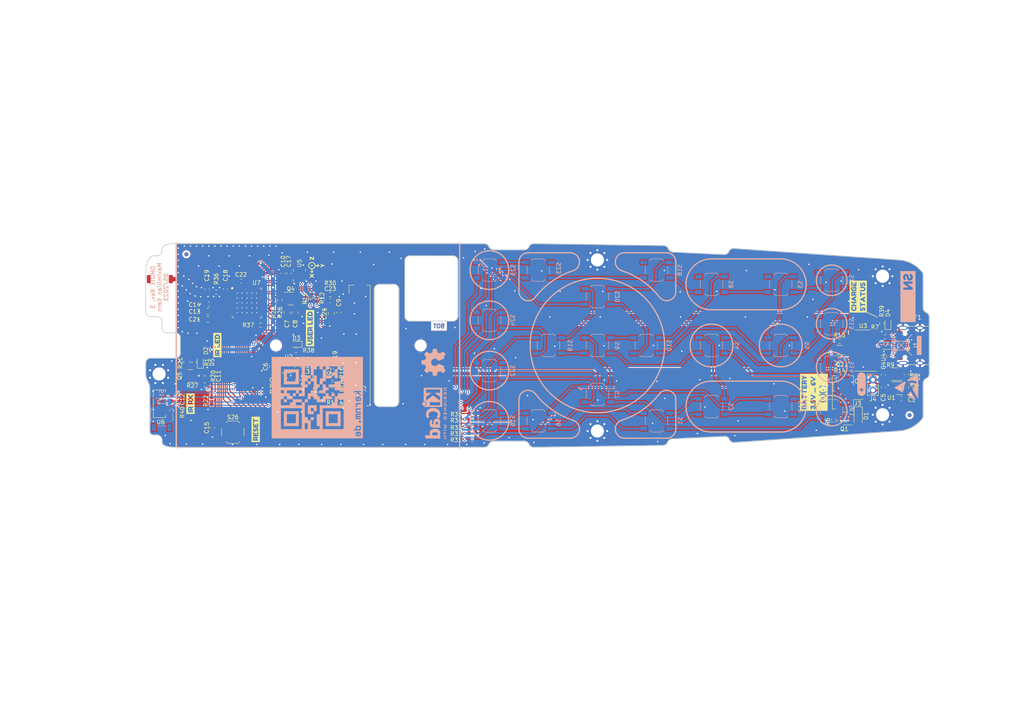
<source format=kicad_pcb>
(kicad_pcb (version 20221018) (generator pcbnew)
  (title_block (title "OMOTE - Open Universal Remote") (date "2023-05-12") (rev "3") (company "Maximilian Kern"))
  (layers (0 "F.Cu" signal) (31 "B.Cu" signal) (34 "B.Paste" user) (35 "F.Paste" user) (36 "B.SilkS" user "B.Silkscreen") (37 "F.SilkS" user "F.Silkscreen") (38 "B.Mask" user) (39 "F.Mask" user) (44 "Edge.Cuts" user))
  (net 0 "")
  (net 1 "+3.3V")
  (net 2 "RTS")
  (net 3 "Net-(AE1-A)")
  (net 4 "DTR")
  (net 5 "CRG_STAT")
  (net 6 "ADC_BAT")
  (net 7 "IO0")
  (net 8 "/LCD_NRST")
  (net 9 "Net-(U3-V3)")
  (net 10 "LCD_EN")
  (net 11 "Net-(Q3-D)")
  (net 12 "Net-(U7-LNA_IN)")
  (net 13 "Net-(D1-K)")
  (net 14 "Net-(D2-A)")
  (net 15 "Net-(D3-A)")
  (net 16 "Net-(D3-K)")
  (net 17 "Net-(D4-K)")
  (net 18 "Net-(J1-CC2)")
  (net 19 "Net-(J1-CC1)")
  (net 24 "SW_B")
  (net 25 "SW_A")
  (net 26 "SW_D")
  (net 27 "SW_C")
  (net 28 "SW_2")
  (net 29 "SW_1")
  (net 30 "SW_E")
  (net 31 "LCD_SCK")
  (net 32 "LCD_MOSI")
  (net 33 "LCD_CS")
  (net 34 "IR_LED")
  (net 35 "SDA")
  (net 36 "LCD_BL")
  (net 37 "LCD_DC")
  (net 38 "SCL")
  (net 39 "IR_RX")
  (net 40 "SW_5")
  (net 41 "USB_RXD")
  (net 42 "USB_TXD")
  (net 43 "SW_4")
  (net 44 "SW_3")
  (net 45 "VBUS")
  (net 46 "Net-(Q2B-B2)")
  (net 47 "+VSW")
  (net 48 "GND")
  (net 49 "/LEDA#1")
  (net 50 "/LEDA#2")
  (net 51 "/LEDA#3")
  (net 52 "/LEDA#4")
  (net 53 "+BATT")
  (net 54 "Net-(Q2A-B1)")
  (net 55 "ESP_EN")
  (net 56 "Net-(Q3-G)")
  (net 57 "Net-(Q4-G)")
  (net 58 "Net-(Q5-D)")
  (net 59 "Net-(Q5-G)")
  (net 60 "Net-(U1-PROG)")
  (net 61 "/TP_NRST")
  (net 62 "ACC_INT")
  (net 63 "Net-(U6-OUT)")
  (net 79 "/VUSB_RAW")
  (net 80 "/D+_1")
  (net 81 "/D-_1")
  (net 82 "/D+_2")
  (net 83 "/D-_2")
  (net 87 "IR_VCC")
  (net 90 "Net-(U2-CE)")
  (net 91 "Net-(D5-A)")
  (footprint "kibuzzard-643EE5A3" (layer "F.Cu") (at 63 116.3 90)
    (fp_text reference "kibuzzard-643EE5A3" hide)
    (fp_text value "G***" hide)
  )
  (footprint "omoteLib:LED_5mm_Side_Mount" (layer "F.Cu") (at 59.676677 102 90)
    (fp_text reference "D2")
    (fp_text value "SFH4346")
  )
  (footprint "kibuzzard-64A91C1C" (layer "F.Cu") (at 92.8 80.6 90)
    (fp_text reference "kibuzzard-64A91C1C" hide)
    (fp_text value "G***" hide)
  )
  (footprint "Diode_SMD:D_SOD-123" (layer "F.Cu") (at 226.9 119.3 -90)
    (fp_text reference "D1")
    (fp_text value "MBR0520")
  )
  (footprint "Resistor_SMD:R_0603_1608Metric" (layer "F.Cu") (at 222.400146 105.254952 180)
    (fp_text reference "R14")
    (fp_text value "10k")
  )
  (footprint "omoteLib:JST_PH_B2B-PH-SM4-TB_1x02-1MP_P2.00mm_Vertical" (layer "F.Cu") (at 224.9 113.5 90)
    (fp_text reference "J3")
    (fp_text value "JST_PH_B2B-PH")
  )
  (footprint "Resistor_SMD:R_0603_1608Metric" (layer "F.Cu") (at 97.837763 110.008033 180)
    (fp_text reference "R16")
    (fp_text value "10")
  )
  (footprint "Capacitor_SMD:C_0603_1608Metric" (layer "F.Cu") (at 227.5 109.2)
    (fp_text reference "C24")
    (fp_text value "100nF")
  )
  (footprint "Resistor_SMD:R_0603_1608Metric" (layer "F.Cu") (at 94.8 107 180)
    (fp_text reference "R25")
    (fp_text value "4k7")
  )
  (footprint "Package_TO_SOT_SMD:SOT-23-5" (layer "F.Cu") (at 235.8375 109.05 180)
    (fp_text reference "U8")
    (fp_text value "AP2112K-3.3")
  )
  (footprint "Capacitor_SMD:C_0805_2012Metric" (layer "F.Cu") (at 88.7 93.9 90)
    (fp_text reference "C8")
    (fp_text value "10uF")
  )
  (footprint "Capacitor_SMD:C_0805_2012Metric" (layer "F.Cu") (at 67.25 93.6)
    (fp_text reference "C13")
    (fp_text value "10uF")
  )
  (footprint "Capacitor_SMD:C_0603_1608Metric" (layer "F.Cu") (at 237.5 115)
    (fp_text reference "C1")
    (fp_text value "4.7uF")
  )
  (footprint "Package_TO_SOT_SMD:SOT-23" (layer "F.Cu") (at 63 109.5 180)
    (fp_text reference "Q5")
    (fp_text value "DMG2301L")
  )
  (footprint "Package_TO_SOT_SMD:SOT-23-5" (layer "F.Cu") (at 86.2 107.2 180)
    (fp_text reference "U2")
    (fp_text value "XC6220B331")
  )
  (footprint "Package_TO_SOT_SMD:SOT-23" (layer "F.Cu") (at 223.78125 119.95 180)
    (fp_text reference "Q1")
    (fp_text value "DMG2301L")
  )
  (footprint "Capacitor_SMD:C_0603_1608Metric" (layer "F.Cu") (at 97.3 91)
    (fp_text reference "C23")
    (fp_text value "100nF")
  )
  (footprint "omoteLib:QFN-48-1EP_7x7mm_P0.5mm_EP5.3x5.3mm_ThermalVias_MR" (layer "F.Cu") (at 76.85 91.55)
    (fp_text reference "U7")
    (fp_text value "ESP32-PICO-D4")
  )
  (footprint "omoteLib:XDCR_LIS3DHTR" (layer "F.Cu") (at 89.75 84.786992 90)
    (fp_text reference "U5")
    (fp_text value "LIS3DHTR")
  )
  (footprint "Resistor_SMD:R_0603_1608Metric" (layer "F.Cu") (at 65.75625 109.45 90)
    (fp_text reference "R20")
    (fp_text value "10k")
  )
  (footprint "LED_SMD:LED_0603_1608Metric" (layer "F.Cu") (at 88.9 101.7 180)
    (fp_text reference "D3")
    (fp_text value "LED")
  )
  (footprint "Package_TO_SOT_SMD:SOT-23" (layer "F.Cu") (at 87.6 90.5)
    (fp_text reference "Q4")
    (fp_text value "DMG2301L")
  )
  (footprint "Package_TO_SOT_SMD:SOT-363_SC-70-6" (layer "F.Cu") (at 222.300146 103.111992 180)
    (fp_text reference "Q2")
    (fp_text value "MBT3904DW1")
  )
  (footprint "Resistor_SMD:R_0603_1608Metric" (layer "F.Cu") (at 68.2 115.6 90)
    (fp_text reference "R22")
    (fp_text value "10k")
  )
  (footprint "Capacitor_SMD:C_0603_1608Metric" (layer "F.Cu") (at 86.8 110.5)
    (fp_text reference "C20")
    (fp_text value "100nF")
  )
  (footprint "Capacitor_SMD:C_0603_1608Metric" (layer "F.Cu") (at 233.049514 112.28611 -90)
    (fp_text reference "C5")
    (fp_text value "4.7uF")
  )
  (footprint "Fiducial:Fiducial_1mm_Mask2mm" (layer "F.Cu") (at 239.500146 119.111992)
    (fp_text reference "FID3" hide)
    (fp_text value "Fiducial")
  )
  (footprint "kibuzzard-643EE5B9" (layer "F.Cu") (at 79 122.6 90)
    (fp_text reference "kibuzzard-643EE5B9" hide)
    (fp_text value "G***" hide)
  )
  (footprint "Resistor_SMD:R_0603_1608Metric" (layer "F.Cu") (at 97.837763 114.508033 180)
    (fp_text reference "R17")
    (fp_text value "10")
  )
  (footprint "Resistor_SMD:R_0603_1608Metric" (layer "F.Cu") (at 94 90.3 90)
    (fp_text reference "R12")
    (fp_text value "10k")
  )
  (footprint "Capacitor_SMD:C_0805_2012Metric" (layer "F.Cu") (at 97.6 94.1 -90)
    (fp_text reference "C25")
    (fp_text value "10uF")
  )
  (footprint "Resistor_SMD:R_0603_1608Metric" (layer "F.Cu") (at 58.4 117.9 90)
    (fp_text reference "R40")
    (fp_text value "2k2")
  )
  (footprint "MountingHole:MountingHole_3.2mm_M3_Pad_Via" (layer "F.Cu") (at 232.876677 85)
    (fp_text reference "H2" hide)
    (fp_text value "MountingHole")
  )
  (footprint "kibuzzard-643EE600" (layer "F.Cu") (at 226.9 90 90)
    (fp_text reference "kibuzzard-643EE600" hide)
    (fp_text value "G***" hide)
  )
  (footprint "Capacitor_SMD:C_0603_1608Metric" (layer "F.Cu") (at 75.4 86.2 180)
    (fp_text reference "C22")
    (fp_text value "100nF")
  )
  (footprint "Capacitor_SMD:C_0603_1608Metric" (layer "F.Cu") (at 238.7 109.1 90)
    (fp_text reference "C2")
    (fp_text value "1uF")
  )
  (footprint "Fuse:Fuse_1206_3216Metric_Pad1.42x1.75mm_HandSolder" (layer "F.Cu") (at 238 95.1)
    (fp_text reference "F1")
    (fp_text value "500mA")
  )
  (footprint "Resistor_SMD:R_0603_1608Metric" (layer "F.Cu") (at 86.8 113.5 180)
    (fp_text reference "R24")
    (fp_text value "300k")
  )
  (footprint "LED_SMD:LED_0603_1608Metric" (layer "F.Cu") (at 65.4 106.1 90)
    (fp_text reference "D5")
    (fp_text value "LED")
  )
  (footprint "Resistor_SMD:R_0603_1608Metric" (layer "F.Cu") (at 86.8 112)
    (fp_text reference "R23")
    (fp_text value "300k")
  )
  (footprint "Capacitor_SMD:C_0603_1608Metric" (layer "F.Cu") (at 67.25625 109.45 -90)
    (fp_text reference "C11")
    (fp_text value "2.2uF")
  )
  (footprint "kibuzzard-64A91BF0" (layer "F.Cu") (at 92.8 84.9 90)
    (fp_text reference "kibuzzard-64A91BF0" hide)
    (fp_text value "G***" hide)
  )
  (footprint "LOGO" (layer "F.Cu") (at 63 123.5 90)
    (fp_text reference "G***" hide)
    (fp_text value "LOGO" hide)
  )
  (footprint "omoteLib:TFT_2.83IN_240X320_50PIN" (layer "F.Cu") (at 91.622852 102 90)
    (fp_text reference "J2")
    (fp_text value "Conn_01x50")
    (fp_line (start -15.00519 21.302074) (end -15.002074 17.69481) (stroke (width 0.2)) (layer "Edge.Cuts"))
    (fp_line (start -13.80519 22.502074) (end 13.802074 22.50519) (stroke (width 0.2)) (layer "Edge.Cuts"))
    (fp_line (start -13.802074 16.49481) (end 13.80519 16.497926) (stroke (width 0.2)) (layer "Edge.Cuts"))
    (fp_line (start 5.997926 25.19481) (end 5.99481 35.802074) (stroke (width 0.2)) (layer "Edge.Cuts"))
    (fp_line (start 15.002074 21.30519) (end 15.00519 17.697926) (stroke (width 0.2)) (layer "Edge.Cuts"))
    (fp_line (start 20.802074 37.00519) (end 7.19481 37.002074) (stroke (width 0.2)) (layer "Edge.Cuts"))
    (fp_line (start 20.80519 23.997926) (end 7.197926 23.99481) (stroke (width 0.2)) (layer "Edge.Cuts"))
    (fp_line (start 22.00519 25.197926) (end 22.002074 35.80519) (stroke (width 0.2)) (layer "Edge.Cuts"))
    (fp_arc (start -15.002074 17.69481) (mid -14.650602 16.846282) (end -13.802074 16.49481) (stroke (width 0.2)) (layer "Edge.Cuts"))
    (fp_arc (start -13.80519 22.502074) (mid -14.653718 22.150602) (end -15.00519 21.302074) (stroke (width 0.2)) (layer "Edge.Cuts"))
    (fp_arc (start 5.997926 25.19481) (mid 6.349398 24.346284) (end 7.197926 23.99481) (stroke (width 0.2)) (layer "Edge.Cuts"))
    (fp_arc (start 7.19481 37.002074) (mid 6.346285 36.650604) (end 5.99481 35.802074) (stroke (width 0.2)) (layer "Edge.Cuts"))
    (fp_arc (start 13.80519 16.497926) (mid 14.653715 16.849396) (end 15.00519 17.697926) (stroke (width 0.2)) (layer "Edge.Cuts"))
    (fp_arc (start 15.002074 21.30519) (mid 14.650604 22.153715) (end 13.802074 22.50519) (stroke (width 0.2)) (layer "Edge.Cuts"))
    (fp_arc (start 20.80519 23.997926) (mid 21.653715 24.349396) (end 22.00519 25.197926) (stroke (width 0.2)) (layer "Edge.Cuts"))
    (fp_arc (start 22.002074 35.80519) (mid 21.650604 36.653715) (end 20.802074 37.00519) (stroke (width 0.2)) (layer "Edge.Cuts"))
  )
  (footprint "Package_TO_SOT_SMD:SOT-23-5" (layer "F.Cu") (at 237 112.5)
    (fp_text reference "U1")
    (fp_text value "MCP73831-2-OT")
  )
  (footprint "Package_SO:SOIC-16_3.9x9.9mm_P1.27mm" (layer "F.Cu") (at 228 103.25 180)
    (fp_text reference "U3")
    (fp_text value "CH340C")
  )
  (footprint "omoteLib:Heimdall vertical" (layer "F.Cu") (at 55.4 116.3 90)
    (fp_text reference "U6")
    (fp_text value "TSSP77038")
  )
  (footprint "kibuzzard-64A91C24" (layer "F.Cu") (at 95.4 82.4 90)
    (fp_text reference "kibuzzard-64A91C24" hide)
    (fp_text value "G***" hide)
  )
  (footprint "Resistor_SMD:R_0603_1608Metric" (layer "F.Cu") (at 132.175 122)
    (fp_text reference "R33")
    (fp_text value "10k")
  )
  (footprint "Resistor_SMD:R_0603_1608Metric" (layer "F.Cu") (at 232.7 96.6 -90)
    (fp_text reference "R39")
    (fp_text value "2k2")
  )
  (footprint "Capacitor_SMD:C_0603_1608Metric" (layer "F.Cu") (at 71.6 88.161493 -90)
    (fp_text reference "C18")
    (fp_text value "1.2pF")
  )
  (footprint "Capacitor_SMD:C_0805_2012Metric" (layer "F.Cu") (at 95.35 113.45 90)
    (fp_text reference "C16")
    (fp_text value "10uF")
  )
  (footprint "Resistor_SMD:R_0603_1608Metric" (layer "F.Cu") (at 97.837763 113.008033 180)
    (fp_text reference "R15")
    (fp_text value "10")
  )
  (footprint "Fiducial:Fiducial_1mm_Mask2mm" (layer "F.Cu") (at 62.000146 79.611992)
    (fp_text reference "FID4" hide)
    (fp_text value "Fiducial")
  )
  (footprint "LED_SMD:LED_0603_1608Metric" (layer "F.Cu") (at 234.2 96.6 90)
    (fp_text reference "D4")
    (fp_text value "LED")
  )
  (footprint "Capacitor_SMD:C_0603_1608Metric" (layer "F.Cu") (at 233.043 109.195114 90)
    (fp_text reference "C4")
    (fp_text value "1uF")
  )
  (footprint "Resistor_SMD:R_0603_1608Metric" (layer "F.Cu") (at 97.837763 111.508033 180)
    (fp_text reference "R18")
    (fp_text value "10")
  )
  (footprint "Resistor_SMD:R_0603_1608Metric" (layer "F.Cu") (at 220.9 120.2 -90)
    (fp_text reference "R6")
    (fp_text value "10k")
  )
  (footprint "Capacitor_SMD:C_0603_1608Metric" (layer "F.Cu") (at 85.7 84.3 90)
    (fp_text reference "C10")
    (fp_text value "100nF")
  )
  (footprint "Resistor_SMD:R_0603_1608Metric" (layer "F.Cu") (at 66.49375 111.7)
    (fp_text reference "R27")
    (fp_text value "330")
  )
  (footprint "Resistor_SMD:R_0603_1608Metric" (layer "F.Cu") (at 80.2 97)
    (fp_text reference "R37")
    (fp_text value "10k")
  )
  (footprint "Resistor_SMD:R_0603_1608Metric" (layer "F.Cu") (at 69.35 88.911809)
    (fp_text reference "R36")
    (fp_text value "0")
  )
  (footprint "MountingHole:MountingHole_2.5mm" (layer "F.Cu") (at 84 102)
    (fp_text reference "H7" hide)
    (fp_text value "MountingHole")
  )
  (footprint "Resistor_SMD:R_0603_1608Metric" (layer "F.Cu") (at 94.8 105.4 180)
    (fp_text reference "R29")
    (fp_text value "330")
  )
  (footprint "Capacitor_SMD:C_0805_2012Metric" (layer "F.Cu") (at 86.7 93.9 90)
    (fp_text reference "C7")
    (fp_text value "10uF")
  )
  (footprint "Resistor_SMD:R_0603_1608Metric" (layer "F.Cu") (at 84.9 90.925 -90)
    (fp_text reference "R26")
    (fp_text value "10k")
  )
  (footprint "kibuzzard-643EE46C" (layer "F.Cu") (at 92.35 97.75 90)
    (fp_text reference "kibuzzard-643EE46C" hide)
    (fp_text value "G***" hide)
  )
  (footprint "Capacitor_SMD:C_0603_1608Metric" (layer "F.Cu") (at 67.1 88.161493 -90)
    (fp_text reference "C19")
    (fp_text value "1.2pF")
  )
  (footprint "Package_TO_SOT_SMD:SOT-666" (layer "F.Cu") (at 233.7 102.05 180)
    (fp_text reference "U4")
    (fp_text value "USBLC6-2P6")
  )
  (footprint "Capacitor_SMD:C_0603_1608Metric" (layer "F.Cu") (at 67.5 91.85 180)
    (fp_text reference "C14")
    (fp_text value "100nF")
  )
  (footprint "MountingHole:MountingHole_3.2mm_M3_Pad_Via" (layer "F.Cu") (at 162.876677 123)
    (fp_text reference "H5" hide)
    (fp_text value "MountingHole")
  )
  (footprint "MountingHole:MountingHole_3.2mm_M3_Pad_Via" (layer "F.Cu") (at 55.300146 109 22.5)
    (fp_text reference "H4" hide)
    (fp_text value "MountingHole")
  )
  (footprint "kibuzzard-643EE8B3" (layer "F.Cu") (at 216 113.5 90)
    (fp_text reference "kibuzzard-643EE8B3" hide)
    (fp_text value "G***" hide)
  )
  (footprint "Capacitor_SMD:C_0805_2012Metric" (layer "F.Cu") (at 89.3 107.2 -90)
    (fp_text reference "C3")
    (fp_text value "10uF")
  )
  (footprint "Capacitor_SMD:C_0603_1608Metric" (layer "F.Cu") (at 87.2 84.3 90)
    (fp_text reference "C17")
    (fp_text value "100nF")
  )
  (footprint "Connector_PinHeader_2.54mm:PinHeader_1x02_P2.54mm_Vertical" (layer "F.Cu") (at 230.5 110.425)
    (fp_text reference "J4")
    (fp_text value "2.54x2 Header")
  )
  (footprint "Capacitor_SMD:C_0805_2012Metric" (layer "F.Cu") (at 83.1 107.2 90)
    (fp_text reference "C6")
    (fp_text value "10uF")
  )
  (footprint "Resistor_SMD:R_0603_1608Metric" (layer "F.Cu") (at 132.175 123.5)
    (fp_text reference "R32")
    (fp_text value "10k")
  )
  (footprint "Resistor_SMD:R_0603_1608Metric" (layer "F.Cu") (at 132.175 125)
    (fp_text reference "R31")
    (fp_text value "10k")
  )
  (footprint "kibuzzard-643EE532" (layer "F.Cu") (at 69.6 101.9 90)
    (fp_text reference "kibuzzard-643EE532" hide)
    (fp_text value "G***" hide)
  )
  (footprint "Resistor_SMD:R_0603_1608Metric" (layer "F.Cu") (at 98.537763 107.75 90)
    (fp_text reference "R19")
    (fp_text value "10k")
  )
  (footprint "Resistor_SMD:R_0603_1608Metric" (layer "F.Cu") (at 132.2 120.2)
    (fp_text reference "R34")
    (fp_text value "10k")
  )
  (footprint "Resistor_SMD:R_0603_1608Metric" (layer "F.Cu") (at 239.8 112.3 90)
    (fp_text reference "R8")
    (fp_text value "3k")
  )
  (footprint "Resistor_SMD:R_0603_1608Metric" (layer "F.Cu") (at 83.4375 90.925 -90)
    (fp_text reference "R28")
    (fp_text value "330")
  )
  (footprint "Resistor_SMD:R_0603_1608Metric" (layer "F.Cu") (at 63.9 106.1 -90)
    (fp_text reference "R1")
    (fp_text value "2k2")
  )
  (footprint "Resistor_SMD:R_0603_1608Metric" (layer "F.Cu") (at 132.2 118.7)
    (fp_text reference "R35")
    (fp_text value "10k")
  )
  (footprint "omoteLib:RFANT5220110A2T" (layer "F.Cu") (at 55.500146 85.711992)
    (fp_text reference "AE1" hide)
    (fp_text value "Antenna")
  )
  (footprint "Resistor_SMD:R_0603_1608Metric" (layer "F.Cu") (at 89.3 110.5 -90)
    (fp_text reference "R10")
    (fp_text value "0")
  )
  (footprint "MountingHole:MountingHole_3.2mm_M3_Pad_Via" (layer "F.Cu") (at 162.876677 81)
    (fp_text reference "H1" hide)
    (fp_text value "MountingHole")
  )
  (footprint "Resistor_SMD:R_0603_1608Metric" (layer "F.Cu") (at 92.5 90.3 90)
    (fp_text reference "R11")
    (fp_text value "10k")
  )
  (footprint "Capacitor_SMD:C_0603_1608Metric" (layer "F.Cu") (at 58.4 114.9 90)
    (fp_text reference "C12")
    (fp_text value "100nF")
  )
  (footprint "Resistor_SMD:R_0603_1608Metric" (layer "F.Cu") (at 234.4 104.7 90)
    (fp_text reference "R9")
    (fp_text value "5.1k")
  )
  (footprint "Capacitor_SMD:C_0603_1608Metric" (layer "F.Cu") (at 68.4 122.2 90)
    (fp_text reference "C15")
    (fp_text value "100nF")
  )
  (footprint "Capacitor_SMD:C_0603_1608Metric" (layer "F.Cu") (at 99.4 93.9 90)
    (fp_text reference "C9")
    (fp_text value "100nF")
  )
  (footprint "Button_Switch_SMD:SW_SPST_TL3342" (layer "F.Cu") (at 73.4 123.3 180)
    (fp_text reference "S26")
    (fp_text value "TL3342F160QG")
  )
  (footprint "Resistor_SMD:R_0603_1608Metric" (layer "F.Cu") (at 222.310276 100.94946)
    (fp_text reference "R13")
    (fp_text value "10k")
  )
  (footprint "Resistor_SMD:R_0805_2012Metric" (layer "F.Cu") (at 62.1 106.0625 90)
    (fp_text reference "R21")
    (fp_text value "3R3")
  )
  (footprint "omoteLib:USB_C_Receptacle_HRO_TYPE-C-31-M-12" (layer "F.Cu") (at 241 102 90)
    (fp_text reference "J1")
    (fp_text value "USB_C_Receptacle_USB2.0")
  )
  (footprint "Resistor_SMD:R_0603_1608Metric" (layer "F.Cu") (at 97.3 89.5)
    (fp_text reference "R30")
    (fp_text value "10k")
  )
  (footprint "MountingHole:MountingHole_3.2mm_M3_Pad_Via" (layer "F.Cu") (at 232.876677 119)
    (fp_text reference "H3" hide)
    (fp_text value "MountingHole")
  )
  (footprint "MountingHole:MountingHole_2.5mm" (layer "F.Cu") (at 119.5 102)
    (fp_text reference "H6" hide)
    (fp_text value "MountingHole")
  )
  (footprint "Resistor_SMD:R_0603_1608Metric" (layer "F.Cu") (at 88.9 103.2)
    (fp_text reference "R38")
    (fp_text value "2k2")
  )
  (footprint "Capacitor_SMD:C_0805_2012Metric" (layer "F.Cu") (at 67.25 95.6)
    (fp_text reference "C21")
    (fp_text value "10uF")
  )
  (footprint "Package_TO_SOT_SMD:SOT-23" (layer "F.Cu") (at 94.6 109.8 -90)
    (fp_text reference "Q3")
    (fp_text value "DMG2301L")
  )
  (footprint "Resistor_SMD:R_0603_1608Metric" (layer "F.Cu") (at 233.5 99.9)
    (fp_text reference "R7")
    (fp_text value "5.1k")
  )
  (footprint "Button_Switch_SMD:SW_SPST_TL3342" (layer "B.Cu") (at 136.376677 95.833333)
    (fp_text reference "S24")
    (fp_text value "TL3342F160QG")
  )
  (footprint "Button_Switch_SMD:SW_SPST_TL3342" (layer "B.Cu") (at 55.93694 119.005171 -90)
    (fp_text reference "S17")
    (fp_text value "TL3342F160QG")
  )
  (footprint "Button_Switch_SMD:SW_SPST_TL3342" (layer "B.Cu") (at 207.876677 87)
    (fp_text reference "S3")
    (fp_text value "TL3342F160QG")
  )
  (footprint "Button_Switch_SMD:SW_SPST_TL3342" (layer "B.Cu") (at 148.376677 120.5)
    (fp_text reference "S6")
    (fp_text value "TL3342F160QG")
  )
  (footprint "Button_Switch_SMD:SW_SPST_TL3342" (layer "B.Cu") (at 190.876677 117)
    (fp_text reference "S2")
    (fp_text value "TL3342F160QG")
  )
  (footprint "Button_Switch_SMD:SW_SPST_TL3342" (layer "B.Cu") (at 136.376677 83.5)
    (fp_text reference "S25")
    (fp_text value "TL3342F160QG")
  )
  (footprint "kibuzzard-644014FA" (layer "B.Cu") (at 239.1 90 -90)
    (fp_text reference "kibuzzard-644014FA" hide)
    (fp_text value "G***" hide)
  )
  (footprint "Button_Switch_SMD:SW_SPST_TL3342" (layer "B.Cu") (at 207.876677 102)
    (fp_text reference "S5")
    (fp_text value "TL3342F160QG")
  )
  (footprint "kibuzzard-63D97EAF" (layer "B.Cu") (at 227.7 111.5 90)
    (fp_text reference "kibuzzard-63D97EAF" hide)
    (fp_text value "G***" hide)
  )
  (footprint "Fiducial:Fiducial_1mm_Mask2mm" (layer "B.Cu") (at 239.500146 119.111992 180)
    (fp_text reference "FID1" hide)
    (fp_text value "Fiducial")
  )
  (footprint "Button_Switch_SMD:SW_SPST_TL3342" (layer "B.Cu") (at 207.876677 117)
    (fp_text reference "S12")
    (fp_text value "TL3342F160QG")
  )
  (footprint "Button_Switch_SMD:SW_SPST_TL3342" (layer "B.Cu") (at 190.876677 102)
    (fp_text reference "S4")
    (fp_text value "TL3342F160QG")
  )
  (footprint "Button_Switch_SMD:SW_SPST_TL3342" (layer "B.Cu") (at 220.376677 96.666667)
    (fp_text reference "S15")
    (fp_text value "TL3342F160QG")
  )
  (footprint "Button_Switch_SMD:SW_SPST_TL3342" (layer "B.Cu") (at 162.876677 114)
    (fp_text reference "S7")
    (fp_text value "TL3342F160QG")
  )
  (footprint "Button_Switch_SMD:SW_SPST_TL3342" (layer "B.Cu") (at 148.376677 83.5)
    (fp_text reference "S23")
    (fp_text value "TL3342F160QG")
  )
  (footprint "Button_Switch_SMD:SW_SPST_TL3342" (layer "B.Cu") (at 136.376677 108.166667)
    (fp_text reference "S22")
    (fp_text value "TL3342F160QG")
  )
  (footprint "Symbol:OSHW-Symbol_6.7x6mm_SilkScreen" (layer "B.Cu") (at 122.675 106.125 -90)
    (fp_text reference "REF**" hide)
    (fp_text value "OSHW-Symbol_6.7x6mm_SilkScreen" hide)
  )
  (footprint "Fiducial:Fiducial_1mm_Mask2mm" (layer "B.Cu") (at 62.000146 79.611992 180)
    (fp_text reference "FID2" hide)
    (fp_text value "Fiducial")
  )
  (footprint "Symbol:KiCad-Logo2_5mm_SilkScreen" (layer "B.Cu") (at 122.85 118.65 -90)
    (fp_text reference "REF**" hide)
    (fp_text value "KiCad-Logo2_5mm_SilkScreen" hide)
  )
  (footprint "Symbol:WEEE-Logo_5.6x8mm_SilkScreen" (layer "B.Cu") (at 238.425 102 -90)
    (fp_text reference "REF**" hide)
    (fp_text value "WEEE-Logo_5.6x8mm_SilkScreen" hide)
  )
  (footprint "Button_Switch_SMD:SW_SPST_TL3342" (layer "B.Cu") (at 220.376677 107.333333)
    (fp_text reference "S14")
    (fp_text value "TL3342F160QG")
  )
  (footprint "Button_Switch_SMD:SW_SPST_TL3342" (layer "B.Cu") (at 190.876677 87)
    (fp_text reference "S8")
    (fp_text value "TL3342F160QG")
  )
  (footprint "Symbol:ESD-Logo_6.6x6mm_SilkScreen" (layer "B.Cu") (at 238.65 112.2 -90)
    (fp_text reference "REF**" hide)
    (fp_text value "ESD-Logo_6.6x6mm_SilkScreen" hide)
  )
  (footprint "Button_Switch_SMD:SW_SPST_TL3342" (layer "B.Cu") (at 150.876677 102)
    (fp_text reference "S19")
    (fp_text value "TL3342F160QG")
  )
  (footprint "Button_Switch_SMD:SW_SPST_TL3342" (layer "B.Cu") (at 162.876677 90)
    (fp_text reference "S20")
    (fp_text value "TL3342F160QG")
  )
  (footprint "Button_Switch_SMD:SW_SPST_TL3342" (layer "B.Cu") (at 177.376677 83.5)
    (fp_text reference "S18")
    (fp_text value "TL3342F160QG")
  )
  (footprint "Button_Switch_SMD:SW_SPST_TL3342" (layer "B.Cu") (at 220.376677 118)
    (fp_text reference "S11")
    (fp_text value "TL3342F160QG")
  )
  (footprint "Button_Switch_SMD:SW_SPST_TL3342" (layer "B.Cu") (at 162.876677 102)
    (fp_text reference "S9")
    (fp_text value "TL3342F160QG")
  )
  (footprint "kibuzzard-643EE23D" (layer "B.Cu") (at 103.95 114.8 -90)
    (fp_text reference "kibuzzard-643EE23D" hide)
    (fp_text value "G***" hide)
  )
  (footprint "Button_Switch_SMD:SW_SPST_TL3342" (layer "B.Cu") (at 174.876677 102)
    (fp_text reference "S10")
    (fp_text value "TL3342F160QG")
  )
  (footprint "Button_Switch_SMD:SW_SPST_TL3342" (layer "B.Cu") (at 136.376677 120.5)
    (fp_text reference "S16")
    (fp_text value "TL3342F160QG")
  )
  (footprint "Button_Switch_SMD:SW_SPST_TL3342" (layer "B.Cu") (at 177.376677 120.5)
    (fp_text reference "S1")
    (fp_text value "TL3342F160QG")
  )
  (footprint "Button_Switch_SMD:SW_SPST_TL3342" (layer "B.Cu") (at 220.376677 86)
    (fp_text reference "S13")
    (fp_text value "TL3342F160QG")
  )
  (footprint "LOGO" (layer "B.Cu") (at 92.925 114.8)
    (fp_text reference "G***" hide)
    (fp_text value "LOGO" hide)
  )
  (gr_line (start 169.521408 79.249994) (end 179.876673 79.249994) (stroke (width 0.3)) (layer "B.SilkS"))
  (gr_circle (center 136.376673 95.833327) (end 136.376673 100.583327) (stroke (width 0.3)) (fill none) (layer "B.SilkS"))
  (gr_circle (center 207.876673 101.999994) (end 207.876673 107.249994) (stroke (width 0.3)) (fill none) (layer "B.SilkS"))
  (gr_arc (start 169.521408 124.749994) (mid 167.298979 122.851181) (end 168.827642 120.359623) (stroke (width 0.3)) (layer "B.SilkS"))
  (gr_circle (center 136.376673 108.166661) (end 136.376673 112.916661) (stroke (width 0.3)) (fill none) (layer "B.SilkS"))
  (gr_line (start 143.626673 88.756033) (end 143.626673 81.499994) (stroke (width 0.3)) (layer "B.SilkS"))
  (gr_arc (start 190.876673 93.249994) (mid 184.626673 86.999994) (end 190.876673 80.749994) (stroke (width 0.3)) (layer "B.SilkS"))
  (gr_arc (start 145.876673 124.749994) (mid 144.285683 124.090984) (end 143.626673 122.499994) (stroke (width 0.3)) (layer "B.SilkS"))
  (gr_line (start 59.476673 127.199994) (end 59.476673 76.799994) (stroke (width 0.3)) (layer "B.SilkS"))
  (gr_circle (center 162.876673 101.999994) (end 162.876673 118.499994) (stroke (width 0.3)) (fill none) (layer "B.SilkS"))
  (gr_line (start 129.076673 76.799994) (end 129.076673 127.199994) (stroke (width 0.3)) (layer "B.SilkS"))
  (gr_arc (start 178.101731 113.861175) (mid 180.607727 113.116031) (end 182.126673 115.243955) (stroke (width 0.3)) (layer "B.SilkS"))
  (gr_line (start 179.876673 124.749994) (end 169.521408 124.749994) (stroke (width 0.3)) (layer "B.SilkS"))
  (gr_arc (start 179.876673 79.249994) (mid 181.467663 79.909004) (end 182.126673 81.499994) (stroke (width 0.3)) (layer "B.SilkS"))
  (gr_arc (start 207.876673 80.749994) (mid 214.126673 86.999994) (end 207.876673 93.249994) (stroke (width 0.3)) (layer "B.SilkS"))
  (gr_arc (start 147.651615 90.138813) (mid 151.801318 86.194093) (end 156.925704 83.640365) (stroke (width 0.3)) (layer "B.SilkS"))
  (gr_arc (start 190.876673 123.249994) (mid 184.626673 116.999994) (end 190.876673 110.749994) (stroke (width 0.3)) (layer "B.SilkS"))
  (gr_arc (start 182.126673 88.756033) (mid 180.607727 90.883957) (end 178.101731 90.138813) (stroke (width 0.3)) (layer "B.SilkS"))
  (gr_line (start 190.876673 123.249994) (end 207.876673 123.249994) (stroke (width 0.3)) (layer "B.SilkS"))
  (gr_arc (start 156.925704 120.359623) (mid 151.801318 117.805895) (end 147.651615 113.861175) (stroke (width 0.3)) (layer "B.SilkS"))
  (gr_circle (center 220.376673 107.333327) (end 220.376673 111.083327) (stroke (width 0.3)) (fill none) (layer "B.SilkS"))
  (gr_line (start 190.876673 80.749994) (end 207.876673 80.749994) (stroke (width 0.3)) (layer "B.SilkS"))
  (gr_circle (center 220.376673 96.666661) (end 220.376673 100.416661) (stroke (width 0.3)) (fill none) (layer "B.SilkS"))
  (gr_circle (center 220.376673 85.999994) (end 220.376673 89.749994) (stroke (width 0.3)) (fill none) (layer "B.SilkS"))
  (gr_line (start 207.876673 93.249994) (end 190.876673 93.249994) (stroke (width 0.3)) (layer "B.SilkS"))
  (gr_arc (start 143.626673 81.499994) (mid 144.285683 79.909004) (end 145.876673 79.249994) (stroke (width 0.3)) (layer "B.SilkS"))
  (gr_arc (start 168.827642 83.640365) (mid 167.298984 81.148807) (end 169.521408 79.249994) (stroke (width 0.3)) (layer "B.SilkS"))
  (gr_line (start 143.626673 122.499994) (end 143.626673 115.243955) (stroke (width 0.3)) (layer "B.SilkS"))
  (gr_arc (start 147.651615 90.138813) (mid 145.145619 90.883957) (end 143.626673 88.756033) (stroke (width 0.3)) (layer "B.SilkS"))
  (gr_circle (center 136.376673 120.499994) (end 136.376673 125.249994) (stroke (width 0.3)) (fill none) (layer "B.SilkS"))
  (gr_line (start 182.126673 115.243955) (end 182.126673 122.499994) (stroke (width 0.3)) (layer "B.SilkS"))
  (gr_arc (start 182.126673 122.499994) (mid 181.467663 124.090984) (end 179.876673 124.749994) (stroke (width 0.3)) (layer "B.SilkS"))
  (gr_arc (start 207.876673 110.749994) (mid 214.126673 116.999994) (end 207.876673 123.249994) (stroke (width 0.3)) (layer "B.SilkS"))
  (gr_arc (start 178.101731 113.861175) (mid 173.952028 117.805895) (end 168.827642 120.359623) (stroke (width 0.3)) (layer "B.SilkS"))
  (gr_line (start 156.231938 124.749994) (end 145.876673 124.749994) (stroke (width 0.3)) (layer "B.SilkS"))
  (gr_circle (center 220.376673 117.999994) (end 220.376673 121.749994) (stroke (width 0.3)) (fill none) (layer "B.SilkS"))
  (gr_circle (center 136.376673 83.499994) (end 136.376673 88.249994) (stroke (width 0.3)) (fill none) (layer "B.SilkS"))
  (gr_arc (start 143.626673 115.243955) (mid 145.145619 113.11603) (end 147.651615 113.861175) (stroke (width 0.3)) (layer "B.SilkS"))
  (gr_arc (start 168.827642 83.640365) (mid 173.952028 86.194093) (end 178.101731 90.138813) (stroke (width 0.3)) (layer "B.SilkS"))
  (gr_arc (start 156.231938 79.249994) (mid 158.454362 81.148807) (end 156.925704 83.640365) (stroke (width 0.3)) (layer "B.SilkS"))
  (gr_circle (center 190.876673 101.999994) (end 190.876673 107.249994) (stroke (width 0.3)) (fill none) (layer "B.SilkS"))
  (gr_line (start 145.876673 79.249994) (end 156.231938 79.249994) (stroke (width 0.3)) (layer "B.SilkS"))
  (gr_line (start 182.126673 81.499994) (end 182.126673 88.756033) (stroke (width 0.3)) (layer "B.SilkS"))
  (gr_arc (start 156.925704 120.359623) (mid 158.454365 122.851181) (end 156.231938 124.749994) (stroke (width 0.3)) (layer "B.SilkS"))
  (gr_line (start 207.876673 110.749994) (end 190.876673 110.749994) (stroke (width 0.3)) (layer "B.SilkS"))
  (gr_line (start 92.8 83.199998) (end 92.8 84.099998) (stroke (width 0.2)) (layer "F.SilkS"))
  (gr_line (start 92.8 84.099998) (end 93.1 83.799998) (stroke (width 0.2)) (layer "F.SilkS"))
  (gr_line (start 93.6 82.4) (end 94.5 82.4) (stroke (width 0.2)) (layer "F.SilkS"))
  (gr_line (start 92.8 84.099998) (end 92.5 83.799998) (stroke (width 0.2)) (layer "F.SilkS"))
  (gr_line (start 231.6 95.05) (end 229 93.85) (stroke (width 0.15)) (layer "F.SilkS"))
  (gr_circle (center 92.8 82.4) (end 93.6 82.4) (stroke (width 0.2)) (fill none) (layer "F.SilkS"))
  (gr_line (start 94.5 82.4) (end 94.2 82.1) (stroke (width 0.2)) (layer "F.SilkS"))
  (gr_circle (center 92.8 82.4) (end 92.9 82.4) (stroke (width 0.2)) (fill none) (layer "F.SilkS"))
  (gr_line (start 94.5 82.4) (end 94.2 82.7) (stroke (width 0.2)) (layer "F.SilkS"))
  (gr_arc locked (start 56.827732 77.345632) (mid 57.900277 77.086948) (end 59.000146 77) (stroke (width 0.2)) (layer "Edge.Cuts"))
  (gr_arc locked (start 243.603208 93.91243) (mid 243.058221 93.47082) (end 242.853208 92.8) (stroke (width 0.2)) (layer "Edge.Cuts"))
  (gr_arc locked (start 243.603208 93.91243) (mid 244.148195 94.35404) (end 244.353208 95.02486) (stroke (width 0.2)) (layer "Edge.Cuts"))
  (gr_arc locked (start 54.800146 124) (mid 55.648694 124.351461) (end 56.000146 125.2) (stroke (width 0.2)) (layer "Edge.Cuts"))
  (gr_arc locked (start 244.353208 108.97514) (mid 244.148196 109.645961) (end 243.603208 110.08757) (stroke (width 0.2)) (layer "Edge.Cuts"))
  (gr_arc locked (start 180.120485 125.736256) (mid 180.53635 125.177576) (end 181.192474 124.944004) (stroke (width 0.2)) (layer "Edge.Cuts"))
  (gr_arc locked (start 52.000146 106.3) (mid 52.351618 105.451472) (end 53.200146 105.1) (stroke (width 0.2)) (layer "Edge.Cuts"))
  (gr_line locked (start 60.500146 100.1) (end 60.500146 103.9) (stroke (width 0.2)) (layer "Edge.Cuts"))
  (gr_arc locked (start 52.500146 110.746425) (mid 52.127611 109.908295) (end 52.000146 109) (stroke (width 0.2)) (layer "Edge.Cuts"))
  (gr_arc locked (start 53.920776 124) (mid 53.269804 123.730352) (end 53.000146 123.07937) (stroke (width 0.2)) (layer "Edge.Cuts"))
  (gr_arc locked (start 242.588502 120.044789) (mid 240.132901 122.083502) (end 237.075719 123) (stroke (width 0.2)) (layer "Edge.Cuts"))
  (gr_arc locked (start 136.264247 126.25) (mid 135.822638 126.794988) (end 135.151817 127) (stroke (width 0.2)) (layer "Edge.Cuts"))
  (gr_arc locked (start 52.000146 84) (mid 52.221064 82.255282) (end 52.869872 80.62069) (stroke (width 0.2)) (layer "Edge.Cuts"))
  (gr_line locked (start 242.853208 119.292975) (end 242.853208 111.2) (stroke (width 0.2)) (layer "Edge.Cuts"))
  (gr_line locked (start 59.000146 127) (end 135.151817 127) (stroke (width 0.2)) (layer "Edge.Cuts"))
  (gr_arc locked (start 181.375318 79.064707) (mid 180.71855 78.830633) (end 180.30278 78.270927) (stroke (width 0.2)) (layer "Edge.Cuts"))
  (gr_arc locked (start 242.588502 83.955211) (mid 242.785099 84.308498) (end 242.853208 84.707025) (stroke (width 0.2)) (layer "Edge.Cuts"))
  (gr_arc locked (start 56.000146 78.8) (mid 55.648674 79.648528) (end 54.800146 80) (stroke (width 0.2)) (layer "Edge.Cuts"))
  (gr_arc locked (start 179.210574 77.476372) (mid 179.879075 77.705399) (end 180.30278 78.270927) (stroke (width 0.2)) (layer "Edge.Cuts"))
  (gr_line locked (start 56.000146 125.2) (end 56.000146 125.51362) (stroke (width 0.2)) (layer "Edge.Cuts"))
  (gr_line locked (start 242.853208 92.8) (end 242.853208 84.707025) (stroke (width 0.2)) (layer "Edge.Cuts"))
  (gr_line locked (start 52.000146 84) (end 52.000146 93.7) (stroke (width 0.2)) (layer "Edge.Cuts"))
  (gr_arc locked (start 56.000146 78.48638) (mid 56.228833 77.781716) (end 56.827732 77.345632) (stroke (width 0.2)) (layer "Edge.Cuts"))
  (gr_arc locked (start 54.800146 94.9) (mid 55.648674 95.251472) (end 56.000146 96.1) (stroke (width 0.2)) (layer "Edge.Cuts"))
  (gr_line locked (start 54.800146 80) (end 53.920776 80) (stroke (width 0.2)) (layer "Edge.Cuts"))
  (gr_line locked (start 53.000146 112.49285) (end 53.000146 123.07937) (stroke (width 0.2)) (layer "Edge.Cuts"))
  (gr_line locked (start 56.000146 96.1) (end 56.000146 97.7) (stroke (width 0.2)) (layer "Edge.Cuts"))
  (gr_arc locked (start 57.200146 98.9) (mid 56.351618 98.548528) (end 56.000146 97.7) (stroke (width 0.2)) (layer "Edge.Cuts"))
  (gr_circle locked (center 55.300146 109) (end 55.300146 110.5) (stroke (width 0.2)) (fill none) (layer "Edge.Cuts"))
  (gr_arc locked (start 196.453615 125.833266) (mid 195.747039 125.644667) (end 195.281112 125.080975) (stroke (width 0.2)) (layer "Edge.Cuts"))
  (gr_arc locked (start 52.869872 80.62069) (mid 53.310519 80.166759) (end 53.920776 80) (stroke (width 0.2)) (layer "Edge.Cuts"))
  (gr_arc locked (start 242.853208 119.292975) (mid 242.785108 119.691507) (end 242.588502 120.044789) (stroke (width 0.2)) (layer "Edge.Cuts"))
  (gr_line locked (start 52.000146 106.3) (end 52.000146 109) (stroke (width 0.2)) (layer "Edge.Cuts"))
  (gr_arc locked (start 194.110082 124.328613) (mid 194.815828 124.517665) (end 195.281112 125.080975) (stroke (width 0.2)) (layer "Edge.Cuts"))
  (gr_arc locked (start 147.201537 127) (mid 146.530734 126.794972) (end 146.089107 126.25) (stroke (width 0.2)) (layer "Edge.Cuts"))
  (gr_line locked (start 147.201537 127) (end 148.6767 127) (stroke (width 0.2)) (layer "Edge.Cuts"))
  (gr_line locked (start 179.210574 77.476372) (end 148.6767 77) (stroke (width 0.2)) (layer "Edge.Cuts"))
  (gr_line locked (start 135.151817 77) (end 59.000146 77) (stroke (width 0.2)) (layer "Edge.Cuts"))
  (gr_circle locked (center 162.876677 81) (end 162.876677 82.5) (stroke (width 0.2)) (fill none) (layer "Edge.Cuts"))
  (gr_arc locked (start 60.500146 103.9) (mid 60.148674 104.748528) (end 59.300146 105.1) (stroke (width 0.2)) (layer "Edge.Cuts"))
  (gr_line locked (start 53.200146 94.9) (end 54.800146 94.9) (stroke (width 0.2)) (layer "Edge.Cuts"))
  (gr_line locked (start 57.200146 98.9) (end 59.300146 98.9) (stroke (width 0.2)) (layer "Edge.Cuts"))
  (gr_circle locked (center 232.876677 85) (end 232.876677 86.5) (stroke (width 0.2)) (fill none) (layer "Edge.Cuts"))
  (gr_arc locked (start 195.149097 78.912659) (mid 195.614934 78.348942) (end 196.321468 78.160285) (stroke (width 0.2)) (layer "Edge.Cuts"))
  (gr_line locked (start 237.075719 81) (end 196.321468 78.160285) (stroke (width 0.2)) (layer "Edge.Cuts"))
  (gr_arc locked (start 242.853208 111.2) (mid 243.058221 110.52918) (end 243.603208 110.08757) (stroke (width 0.2)) (layer "Edge.Cuts"))
  (gr_line locked (start 56.000146 78.48638) (end 56.000146 78.8) (stroke (width 0.2)) (layer "Edge.Cuts"))
  (gr_line locked (start 148.6767 127) (end 179.028604 126.52929) (stroke (width 0.2)) (layer "Edge.Cuts"))
  (gr_circle locked (center 162.876677 123) (end 162.876677 124.5) (stroke (width 0.2)) (fill none) (layer "Edge.Cuts"))
  (gr_arc locked (start 59.300146 98.9) (mid 60.148674 99.251472) (end 60.500146 100.1) (stroke (width 0.2)) (layer "Edge.Cuts"))
  (gr_line locked (start 181.192474 124.944004) (end 194.110082 124.328613) (stroke (width 0.2)) (layer "Edge.Cuts"))
  (gr_arc locked (start 52.500146 110.746425) (mid 52.872683 111.584555) (end 53.000146 112.49285) (stroke (width 0.2)) (layer "Edge.Cuts"))
  (gr_arc locked (start 136.264247 126.25) (mid 136.705856 125.705012) (end 137.376677 125.5) (stroke (width 0.2)) (layer "Edge.Cuts"))
  (gr_circle locked (center 232.876677 119) (end 232.876677 120.5) (stroke (width 0.2)) (fill none) (layer "Edge.Cuts"))
  (gr_arc locked (start 146.089107 77.75) (mid 146.530717 77.205013) (end 147.201537 77) (stroke (width 0.2)) (layer "Edge.Cuts"))
  (gr_arc locked (start 56.827732 126.654368) (mid 56.228841 126.218279) (end 56.000146 125.51362) (stroke (width 0.2)) (layer "Edge.Cuts"))
  (gr_arc locked (start 59.000146 127) (mid 57.900278 126.913047) (end 56.827732 126.654368) (stroke (width 0.2)) (layer "Edge.Cuts"))
  (gr_line locked (start 144.976677 78.5) (end 137.376677 78.5) (stroke (width 0.2)) (layer "Edge.Cuts"))
  (gr_arc locked (start 180.120485 125.736256) (mid 179.69659 126.30082) (end 179.028604 126.52929) (stroke (width 0.2)) (layer "Edge.Cuts"))
  (gr_line locked (start 193.978036 79.665096) (end 181.375318 79.064707) (stroke (width 0.2)) (layer "Edge.Cuts"))
  (gr_line locked (start 53.920776 124) (end 54.800146 124) (stroke (width 0.2)) (layer "Edge.Cuts"))
  (gr_arc locked (start 135.151817 77) (mid 135.822638 77.205012) (end 136.264247 77.75) (stroke (width 0.2)) (layer "Edge.Cuts"))
  (gr_line locked (start 148.6767 77) (end 147.201537 77) (stroke (width 0.2)) (layer "Edge.Cuts"))
  (gr_arc locked (start 53.200146 94.9) (mid 52.351618 94.548528) (end 52.000146 93.7) (stroke (width 0.2)) (layer "Edge.Cuts"))
  (gr_arc locked (start 195.149097 78.912659) (mid 194.683812 79.476022) (end 193.978036 79.665096) (stroke (width 0.2)) (layer "Edge.Cuts"))
  (gr_arc locked (start 146.089107 77.75) (mid 145.647497 78.294987) (end 144.976677 78.5) (stroke (width 0.2)) (layer "Edge.Cuts"))
  (gr_line locked (start 244.353208 108.97514) (end 244.353208 95.02486) (stroke (width 0.2)) (layer "Edge.Cuts"))
  (gr_line locked (start 196.453615 125.833266) (end 237.075719 123) (stroke (width 0.2)) (layer "Edge.Cuts"))
  (gr_line locked (start 59.300146 105.1) (end 53.200146 105.1) (stroke (width 0.2)) (layer "Edge.Cuts"))
  (gr_arc locked (start 137.376677 78.5) (mid 136.705857 78.294987) (end 136.264247 77.75) (stroke (width 0.2)) (layer "Edge.Cuts"))
  (gr_arc locked (start 144.976677 125.5) (mid 145.647497 125.705013) (end 146.089107 126.25) (stroke (width 0.2)) (layer "Edge.Cuts"))
  (gr_line locked (start 137.376677 125.5) (end 144.976677 125.5) (stroke (width 0.2)) (layer "Edge.Cuts"))
  (gr_arc locked (start 237.075719 81) (mid 240.132901 81.916497) (end 242.588502 83.955211) (stroke (width 0.2)) (layer "Edge.Cuts"))
  (gr_text "TOP" (at 124 97.25) (layer "F.Cu") (effects (font (size 1 1) (thickness 0.2))))
  (gr_text "BOT" (at 124 97.25) (layer "B.Cu") (effects (font (size 1 1) (thickness 0.2)) (justify mirror)))
  (gr_text "OMOTE Rev. 3\nMaximilian Kern\n05/2023" (at 55.398692 87.698676 90) (layer "B.SilkS") (effects (font (size 1 1) (thickness 0.2)) (justify mirror)))
  (segment (start 76.175 85.425) (end 76.175 86.925) (width 0.5) (layer "F.Cu") (net 1))
  (segment (start 93.65 107.95) (end 94 107.6) (width 0.3) (layer "F.Cu") (net 1))
  (segment (start 68.25 108.7) (end 68.2 108.75) (width 0.5) (layer "F.Cu") (net 1))
  (segment (start 68.25 103) (end 68.25 108.7) (width 0.5) (layer "F.Cu") (net 1))
  (segment (start 76.6 88.27) (end 76.6 87.35) (width 0.25) (layer "F.Cu") (net 1))
  (segment (start 73.5 87.5) (end 73.75 87.25) (width 0.5) (layer "F.Cu") (net 1))
  (segment (start 68.2 91.925) (end 68.275 91.85) (width 0.25) (layer "F.Cu") (net 1))
  (segment (start 71.531272 90.0425) (end 72.6 90.0425) (width 0.5) (layer "F.Cu") (net 1))
  (segment (start 88.8 97) (end 92.9 101.1) (width 0.3) (layer "F.Cu") (net 1))
  (segment (start 86.6625 91.45) (end 86.6625 92.9125) (width 0.5) (layer "F.Cu") (net 1))
  (segment (start 64.95625 108.55) (end 63.9375 108.55) (width 0.5) (layer "F.Cu") (net 1))
  (segment (start 83.25 97) (end 88.8 97) (width 0.3) (layer "F.Cu") (net 1))
  (segment (start 76.175 86.925) (end 76.5 87.25) (width 0.5) (layer "F.Cu") (net 1))
  (segment (start 88.436992 84.3) (end 87.4 84.3) (width 0.25) (layer "F.Cu") (net 1))
  (segment (start 77.1 102.353614) (end 77.1 94.83) (width 0.25) (layer "F.Cu") (net 1))
  (segment (start 86.6625 92.9125) (end 86.7 92.95) (width 0.5) (layer "F.Cu") (net 1))
  (segment (start 79.6 88.27) (end 79.6 87.65) (width 0.25) (layer "F.Cu") (net 1))
  (segment (start 92.9 101.1) (end 92.9 105.925) (width 0.3) (layer "F.Cu") (net 1))
  (segment (start 85.0625 108.15) (end 83.575 108.15) (width 0.5) (layer "F.Cu") (net 1))
  (segment (start 80 87.25) (end 82.75 87.25) (width 0.25) (layer "F.Cu") (net 1))
  (segment (start 82.75 87.25) (end 83.25 87.75) (width 0.25) (layer "F.Cu") (net 1))
  (segment (start 68.2 114.575) (end 68.4 114.775) (width 0.5) (layer "F.Cu") (net 1))
  (segment (start 94 107.6) (end 94 107.025) (width 0.3) (layer "F.Cu") (net 1))
  (segment (start 87.4 84.3) (end 87.2 84.5) (width 0.25) (layer "F.Cu") (net 1))
  (segment (start 76.5 87.25) (end 75 87.25) (width 0.5) (layer "F.Cu") (net 1))
  (segment (start 72.6 90.0425) (end 72.8575 90.3) (width 0.25) (layer "F.Cu") (net 1))
  (segment (start 87.586992 86.086992) (end 88.75 86.086992) (width 0.25) (layer "F.Cu") (net 1))
  (segment (start 87.1 84.975) (end 87.2 85.075) (width 0.25) (layer "F.Cu") (net 1))
  (segment (start 88.525 84.286992) (end 90.975 84.286992) (width 0.25) (layer "F.Cu") (net 1))
  (segment (start 87.2 84.5) (end 87.2 85.7) (width 0.25) (layer "F.Cu") (net 1))
  (segment (start 75.1 87.35) (end 75 87.25) (width 0.25) (layer "F.Cu") (net 1))
  (segment (start 73.5 88.25) (end 73.57 88.32) (width 0.25) (layer "F.Cu") (net 1))
  (segment (start 73.57 89.8) (end 72.8425 89.8) (width 0.25) (layer "F.Cu") (net 1))
  (segment (start 72.8575 90.3) (end 73.57 90.3) (width 0.25) (layer "F.Cu") (net 1))
  (segment (start 92.9 105.925) (end 93.975 107) (width 0.3) (layer "F.Cu") (net 1))
  (segment (start 81.025 97) (end 83.25 97) (width 0.25) (layer "F.Cu") (net 1))
  (segment (start 93.65 108.8625) (end 93.65 107.95) (width 0.3) (layer "F.Cu") (net 1))
  (segment (start 82.25 108.15) (end 83.225 108.15) (width 0.5) (layer "F.Cu") (net 1))
  (segment (start 65.03125 108.625) (end 64.95625 108.55) (width 0.5) (layer "F.Cu") (net 1))
  (segment (start 72.8425 89.8) (end 72.6 90.0425) (width 0.25) (layer "F.Cu") (net 1))
  (segment (start 83.25 85) (end 83.275 84.975) (width 0.25) (layer "F.Cu") (net 1))
  (segment (start 80.325 101.425) (end 80.325 106.225) (width 0.5) (layer "F.Cu") (net 1))
  (segment (start 86.65 92.9) (end 86.7 92.95) (width 0.5) (layer "F.Cu") (net 1))
  (segment (start 83.575 108.15) (end 83.4 107.975) (width 0.3) (layer "F.Cu") (net 1))
  (segment (start 73.5 88.25) (end 73.5 87.5) (width 0.5) (layer "F.Cu") (net 1))
  (segment (start 79.6 87.65) (end 80 87.25) (width 0.25) (layer "F.Cu") (net 1))
  (segment (start 69.723772 91.85) (end 71.531272 90.0425) (width 0.5) (layer "F.Cu") (net 1))
  (segment (start 80.237701 81.737701) (end 79.862299 81.737701) (width 0.5) (layer "F.Cu") (net 1))
  (segment (start 73.57 88.32) (end 73.57 88.8) (width 0.25) (layer "F.Cu") (net 1))
  (segment (start 68.25 91.975) (end 68.2 91.925) (width 0.5) (layer "F.Cu") (net 1))
  (segment (start 94 107.025) (end 93.975 107) (width 0.3) (layer "F.Cu") (net 1))
  (segment (start 84.9 92.9) (end 86.65 92.9) (width 0.5) (layer "F.Cu") (net 1))
  (segment (start 88.45 84.286992) (end 88.436992 84.3) (width 0.25) (layer "F.Cu") (net 1))
  (segment (start 87.2 85.7) (end 87.586992 86.086992) (width 0.25) (layer "F.Cu") (net 1))
  (segment (start 77.746386 103) (end 77.1 102.353614) (width 0.25) (layer "F.Cu") (net 1))
  (segment (start 83.25 92.9) (end 84.9 92.9) (width 0.5) (layer "F.Cu") (net 1))
  (segment (start 76.6 87.35) (end 76.5 87.25) (width 0.25) (layer "F.Cu") (net 1))
  (segment (start 83.225 108.15) (end 83.4 107.975) (width 0.5) (layer "F.Cu") (net 1))
  (segment (start 68.25 103) (end 68.25 91.975) (width 0.5) (layer "F.Cu") (net 1))
  (segment (start 79.862299 81.737701) (end 76.175 85.425) (width 0.5) (layer "F.Cu") (net 1))
  (segment (start 84.9 91.75) (end 84.9 92.9) (width 0.25) (layer "F.Cu") (net 1))
  (segment (start 68.275 91.85) (end 69.723772 91.85) (width 0.5) (layer "F.Cu") (net 1))
  (segment (start 68.2 108.75) (end 68.2 114.575) (width 0.5) (layer "F.Cu") (net 1))
  (segment (start 65.75625 108.625) (end 65.03125 108.625) (width 0.5) (layer "F.Cu") (net 1))
  (segment (start 67.25625 108.675) (end 68.225 108.675) (width 0.5) (layer "F.Cu") (net 1))
  (segment (start 80.325 106.225) (end 82.25 108.15) (width 0.5) (layer "F.Cu") (net 1))
  (segment (start 75.1 88.27) (end 75.1 87.35) (width 0.25) (layer "F.Cu") (net 1))
  (segment (start 68.225 108.675) (end 68.25 108.7) (width 0.5) (layer "F.Cu") (net 1))
  (segment (start 73.75 87.25) (end 75 87.25) (width 0.5) (layer "F.Cu") (net 1))
  (segment (start 67.1 108.625) (end 67.3 108.825) (width 0.5) (layer "F.Cu") (net 1))
  (segment (start 83.275 84.975) (end 87.1 84.975) (width 0.25) (layer "F.Cu") (net 1))
  (segment (start 65.75625 108.625) (end 67.1 108.625) (width 0.5) (layer "F.Cu") (net 1))
  (segment (start 86.7 92.95) (end 88.7 92.95) (width 0.5) (layer "F.Cu") (net 1))
  (via (at 83.25 85) (size 0.8) (drill 0.5) (layers "F.Cu" "B.Cu") (net 1))
  (via (at 68.25 103) (size 0.8) (drill 0.5) (layers "F.Cu" "B.Cu") (net 1))
  (via (at 80.237701 81.737701) (size 0.8) (drill 0.5) (layers "F.Cu" "B.Cu") (net 1))
  (via (at 83.25 97) (size 0.8) (drill 0.5) (layers "F.Cu" "B.Cu") (net 1))
  (via (at 77.746386 103) (size 0.8) (drill 0.5) (layers "F.Cu" "B.Cu") (net 1))
  (via (at 83.25 92.9) (size 0.8) (drill 0.5) (layers "F.Cu" "B.Cu") (net 1))
  (via (at 83.25 87.75) (size 0.8) (drill 0.5) (layers "F.Cu" "B.Cu") (net 1))
  (via (at 80.325 101.425) (size 0.8) (drill 0.5) (layers "F.Cu" "B.Cu") (net 1))
  (segment (start 78.75 103) (end 83.248491 98.501509) (width 1) (layer "B.Cu") (net 1))
  (segment (start 80.237701 81.737701) (end 83.25 84.75) (width 1) (layer "B.Cu") (net 1))
  (segment (start 83.25 84.75) (end 83.25 98.25) (width 1) (layer "B.Cu") (net 1))
  (segment (start 83.248491 98.501509) (end 83.248491 98.121469) (width 1) (layer "B.Cu") (net 1))
  (segment (start 77.746386 103) (end 78.75 103) (width 1) (layer "B.Cu") (net 1))
  (segment (start 68.25 103) (end 77.746386 103) (width 1) (layer "B.Cu") (net 1))
  (segment (start 225.412186 105.129952) (end 223.250146 105.129952) (width 0.3) (layer "F.Cu") (net 2))
  (segment (start 223.250146 105.129952) (end 223.250146 103.761992) (width 0.3) (layer "F.Cu") (net 2))
  (segment (start 63.257813 88.057813) (end 61.790671 86.590671) (width 1) (layer "F.Cu") (net 3))
  (segment (start 59.669351 85.711992) (end 58.200146 85.711992) (width 1) (layer "F.Cu") (net 3))
  (segment (start 67.1 88.936493) (end 65.379134 88.936493) (width 1) (layer "F.Cu") (net 3))
  (segment (start 67.1 88.936493) (end 68.4 88.936493) (width 1) (layer "F.Cu") (net 3))
  (arc (start 63.257813 88.057813) (mid 64.231083 88.708132) (end 65.379134 88.936493) (width 1) (layer "F.Cu") (net 3))
  (arc (start 59.669351 85.711992) (mid 60.817401 85.940353) (end 61.790671 86.590671) (width 1) (layer "F.Cu") (net 3))
  (segment (start 221.485276 100.94946) (end 221.485276 100.214724) (width 0.25) (layer "F.Cu") (net 4))
  (segment (start 221.4 101.034736) (end 221.485276 100.94946) (width 0.3) (layer "F.Cu") (net 4))
  (segment (start 226.9 103.615) (end 226.63 103.885) (width 0.25) (layer "F.Cu") (net 4))
  (segment (start 221.7 100) (end 223.803249 100) (width 0.25) (layer "F.Cu") (net 4))
  (segment (start 223.803249 100) (end 224.503249 100.7) (width 0.25) (layer "F.Cu") (net 4))
  (segment (start 221.4 102.412138) (end 221.4 101.034736) (width 0.3) (layer "F.Cu") (net 4))
  (segment (start 226.9 101.073249) (end 226.9 103.615) (width 0.25) (layer "F.Cu") (net 4))
  (segment (start 224.503249 100.7) (end 226.526751 100.7) (width 0.25) (layer "F.Cu") (net 4))
  (segment (start 226.63 103.885) (end 225.525 103.885) (width 0.25) (layer "F.Cu") (net 4))
  (segment (start 221.485276 100.214724) (end 221.7 100) (width 0.25) (layer "F.Cu") (net 4))
  (segment (start 221.350146 102.461992) (end 221.4 102.412138) (width 0.3) (layer "F.Cu") (net 4))
  (segment (start 226.526751 100.7) (end 226.9 101.073249) (width 0.25) (layer "F.Cu") (net 4))
  (segment (start 235.8625 111.55) (end 235.8625 107.3625) (width 0.25) (layer "F.Cu") (net 5))
  (segment (start 233.3 104.8) (end 231.74 103.24) (width 0.25) (layer "F.Cu") (net 5))
  (segment (start 228.8 95.7) (end 228.8 95.1) (width 0.25) (layer "F.Cu") (net 5))
  (segment (start 233.3 106) (end 233.3 104.8) (width 0.25) (layer "F.Cu") (net 5))
  (segment (start 228.8 95.1) (end 227.575 93.875) (width 0.25) (layer "F.Cu") (net 5))
  (segment (start 235.8625 107.3625) (end 235.1 106.6) (width 0.25) (layer "F.Cu") (net 5))
  (segment (start 232.7 95.775) (end 232.675 95.8) (width 0.25) (layer "F.Cu") (net 5))
  (segment (start 85.075 78.025) (end 77.1 86) (width 0.25) (layer "F.Cu") (net 5))
  (segment (start 235.1 106.6) (end 233.9 106.6) (width 0.25) (layer "F.Cu") (net 5))
  (segment (start 228.875 95.775) (end 228.8 95.7) (width 0.25) (layer "F.Cu") (net 5))
  (segment (start 227.575 93.875) (end 149.125 93.875) (width 0.25) (layer "F.Cu") (net 5))
  (segment (start 231.74 103.24) (end 229.453249 103.24) (width 0.25) (layer "F.Cu") (net 5))
  (segment (start 232.7 95.775) (end 228.875 95.775) (width 0.25) (layer "F.Cu") (net 5))
  (segment (start 228.8 102.586751) (end 228.8 95.7) (width 0.25) (layer "F.Cu") (net 5))
  (segment (start 233.9 106.6) (end 233.3 106) (width 0.25) (layer "F.Cu") (net 5))
  (segment (start 133.275 78.025) (end 85.075 78.025) (width 0.25) (layer "F.Cu") (net 5))
  (segment (start 229.453249 103.24) (end 228.8 102.586751) (width 0.25) (layer "F.Cu") (net 5))
  (segment (start 149.125 93.875) (end 133.275 78.025) (width 0.25) (layer "F.Cu") (net 5))
  (segment (start 77.1 86) (end 77.1 88.27) (width 0.25) (layer "F.Cu") (net 5))
  (segment (start 80.3 113.6) (end 85.875 113.6) (width 0.25) (layer "F.Cu") (net 6))
  (segment (start 85.875 113.6) (end 85.975 113.5) (width 0.25) (layer "F.Cu") (net 6))
  (segment (start 85.975 110.675) (end 86.05 110.6) (width 0.3) (layer "F.Cu") (net 6))
  (segment (start 71.95 90.8) (end 73.57 90.8) (width 0.25) (layer "F.Cu") (net 6))
  (segment (start 85.975 113.4) (end 85.975 110.675) (width 0.3) (layer "F.Cu") (net 6))
  (segment (start 69.0495 113.6) (end 69.0495 93.7005) (width 0.25) (layer "F.Cu") (net 6))
  (segment (start 69.0495 93.7005) (end 71.95 90.8) (width 0.25) (layer "F.Cu") (net 6))
  (via (at 69.0495 113.6) (size 0.7) (drill 0.35) (layers "F.Cu" "B.Cu") (net 6))
  (via (at 80.3 113.6) (size 0.7) (drill 0.35) (layers "F.Cu" "B.Cu") (net 6))
  (segment (start 80.3 113.6) (end 69.0495 113.6) (width 0.25) (layer "B.Cu") (net 6))
  (segment (start 79.375 97.675) (end 79.95 98.25) (width 0.3) (layer "F.Cu") (net 7))
  (segment (start 115.1 117.9) (end 125.3 107.7) (width 0.3) (layer "F.Cu") (net 7))
  (segment (start 125.3 107.7) (end 220.8 107.7) (width 0.3) (layer "F.Cu") (net 7))
  (segment (start 220.8 107.7) (end 222.404579 106.095421) (width 0.3) (layer "F.Cu") (net 7))
  (segment (start 79.375 97) (end 79.375 97.675) (width 0.3) (layer "F.Cu") (net 7))
  (segment (start 222.788008 102.461992) (end 223.250146 102.461992) (width 0.3) (layer "F.Cu") (net 7))
  (segment (start 79.4 96.975) (end 79.4 96.4) (width 0.25) (layer "F.Cu") (net 7))
  (segment (start 91.9 114) (end 94.1 116.2) (width 0.3) (layer "F.Cu") (net 7))
  (segment (start 79.4 96.4) (end 79.1 96.1) (width 0.25) (layer "F.Cu") (net 7))
  (segment (start 79.1 96.1) (end 79.1 94.83) (width 0.25) (layer "F.Cu") (net 7))
  (segment (start 79.95 98.25) (end 88.95 98.25) (width 0.3) (layer "F.Cu") (net 7))
  (segment (start 222.525146 104.474854) (end 222.525146 102.724854) (width 0.3) (layer "F.Cu") (net 7))
  (segment (start 222.404579 106.095421) (end 222.404579 104.595421) (width 0.3) (layer "F.Cu") (net 7))
  (segment (start 100.8 116.2) (end 102.5 117.9) (width 0.3) (layer "F.Cu") (net 7))
  (segment (start 102.5 117.9) (end 115.1 117.9) (width 0.3) (layer "F.Cu") (net 7))
  (segment (start 88.95 98.25) (end 91.9 101.2) (width 0.3) (layer "F.Cu") (net 7))
  (segment (start 79.375 97) (end 79.4 96.975) (width 0.25) (layer "F.Cu") (net 7))
  (segment (start 94.1 116.2) (end 100.8 116.2) (width 0.3) (layer "F.Cu") (net 7))
  (segment (start 91.9 101.2) (end 91.9 114) (width 0.3) (layer "F.Cu") (net 7))
  (segment (start 222.525146 102.724854) (end 222.788008 102.461992) (width 0.3) (layer "F.Cu") (net 7))
  (segment (start 222.404579 104.595421) (end 222.525146 104.474854) (width 0.3) (layer "F.Cu") (net 7))
  (segment (start 100.937763 109.655533) (end 100.937763 108.408033) (width 0.25) (layer "F.Cu") (net 8))
  (segment (start 102.012852 109.75) (end 101.03223 109.75) (width 0.25) (layer "F.Cu") (net 8))
  (segment (start 101.03223 109.75) (end 100.937763 109.655533) (width 0.25) (layer "F.Cu") (net 8))
  (segment (start 100.937763 108.408033) (end 99.45473 106.925) (width 0.25) (layer "F.Cu") (net 8))
  (segment (start 99.45473 106.925) (end 98.595796 106.925) (width 0.25) (layer "F.Cu") (net 8))
  (segment (start 226.595 107.695) (end 225.525 107.695) (width 0.25) (layer "F.Cu") (net 9))
  (segment (start 226.725 107.825) (end 226.595 107.695) (width 0.25) (layer "F.Cu") (net 9))
  (segment (start 228.727817 110) (end 226.961119 110) (width 0.25) (layer "F.Cu") (net 9))
  (segment (start 231.9 109.1) (end 231.8 109.2) (width 0.25) (layer "F.Cu") (net 9))
  (segment (start 233.125 110) (end 233.1 109.975) (width 0.3) (layer "F.Cu") (net 9))
  (segment (start 232.325 109.2) (end 231.8 109.2) (width 0.25) (layer "F.Cu") (net 9))
  (segment (start 234.7 110) (end 233.125 110) (width 0.3) (layer "F.Cu") (net 9))
  (segment (start 231.8 109.2) (end 229.527817 109.2) (width 0.25) (layer "F.Cu") (net 9))
  (segment (start 226.961119 110) (end 226.725 109.763881) (width 0.25) (layer "F.Cu") (net 9))
  (segment (start 234.375 110.05) (end 234.2 109.875) (width 0.25) (layer "F.Cu") (net 9))
  (segment (start 226.725 109.763881) (end 226.725 109.2) (width 0.25) (layer "F.Cu") (net 9))
  (segment (start 233.1 109.975) (end 232.325 109.2) (width 0.25) (layer "F.Cu") (net 9))
  (segment (start 229.527817 109.2) (end 228.727817 110) (width 0.25) (layer "F.Cu") (net 9))
  (segment (start 231.585 103.885) (end 231.9 104.2) (width 0.25) (layer "F.Cu") (net 9))
  (segment (start 226.725 109.2) (end 226.725 107.825) (width 0.25) (layer "F.Cu") (net 9))
  (segment (start 230.475 103.885) (end 231.585 103.885) (width 0.25) (layer "F.Cu") (net 9))
  (segment (start 231.9 104.2) (end 231.9 109.1) (width 0.25) (layer "F.Cu") (net 9))
  (segment (start 82.35 91.75) (end 83.4375 91.75) (width 0.25) (layer "F.Cu") (net 10))
  (segment (start 80.13 92.3) (end 81.8 92.3) (width 0.25) (layer "F.Cu") (net 10))
  (segment (start 81.8 92.3) (end 82.35 91.75) (width 0.25) (layer "F.Cu") (net 10))
  (segment (start 97.012763 110.008033) (end 97.012763 111.508033) (width 0.5) (layer "F.Cu") (net 11))
  (segment (start 95.4 111.1) (end 95.4 112.45) (width 0.5) (layer "F.Cu") (net 11))
  (segment (start 97.012763 114.508033) (end 97.012763 113.008033) (width 0.5) (layer "F.Cu") (net 11))
  (segment (start 94.6 110.7375) (end 95.0375 110.7375) (width 0.5) (layer "F.Cu") (net 11))
  (segment (start 97.012763 111.508033) (end 97.012763 113.008033) (width 0.5) (layer "F.Cu") (net 11))
  (segment (start 97.012763 112.512763) (end 97.012763 113.008033) (width 0.5) (layer "F.Cu") (net 11))
  (segment (start 95.0375 110.7375) (end 95.4 111.1) (width 0.5) (layer "F.Cu") (net 11))
  (segment (start 95.4 112.45) (end 96.95 112.45) (width 0.5) (layer "F.Cu") (net 11))
  (segment (start 96.95 112.45) (end 97.012763 112.512763) (width 0.5) (layer "F.Cu") (net 11))
  (segment (start 72.236493 88.936493) (end 72.442194 88.936493) (width 0.3) (layer "F.Cu") (net 12))
  (segment (start 72.442194 88.936493) (end 72.805701 89.3) (width 0.3) (layer "F.Cu") (net 12))
  (segment (start 72.805701 89.3) (end 73.4 89.3) (width 0.3) (layer "F.Cu") (net 12))
  (segment (start 71.6 88.936493) (end 72.236493 88.936493) (width 1) (layer "F.Cu") (net 12))
  (segment (start 71.6 88.936493) (end 70.199684 88.936493) (width 1) (layer "F.Cu") (net 12))
  (segment (start 224.71875 119) (end 226.2 119) (width 0.5) (layer "F.Cu") (net 13))
  (segment (start 89.3 111.325) (end 89.3 112.1) (width 0.8) (layer "F.Cu") (net 13))
  (segment (start 226.2 119) (end 226.9 118.3) (width 0.5) (layer "F.Cu") (net 13))
  (segment (start 224.71875 119) (end 222.2 119) (width 0.8) (layer "F.Cu") (net 13))
  (segment (start 126.1 108.9) (end 217.4 108.9) (width 0.8) (layer "F.Cu") (net 13))
  (segment (start 116.35 118.65) (end 126.1 108.9) (width 0.8) (layer "F.Cu") (net 13))
  (segment (start 222.2 119) (end 220.25 117.05) (width 0.8) (layer "F.Cu") (net 13))
  (segment (start 87.625 112) (end 89.2 112) (width 0.3) (layer "F.Cu") (net 13))
  (segment (start 217.4 108.9) (end 220.25 111.75) (width 0.8) (layer "F.Cu") (net 13))
  (segment (start 220.25 111.75) (end 220.25 117.05) (width 0.8) (layer "F.Cu") (net 13))
  (segment (start 89.3 112.1) (end 89.3 114) (width 0.8) (layer "F.Cu") (net 13))
  (segment (start 226.9 118.3) (end 226.9 117.65) (width 0.5) (layer "F.Cu") (net 13))
  (segment (start 93.95 118.65) (end 116.35 118.65) (width 0.8) (layer "F.Cu") (net 13))
  (segment (start 89.3 114) (end 93.95 118.65) (width 0.8) (layer "F.Cu") (net 13))
  (segment (start 89.2 112) (end 89.3 112.1) (width 0.3) (layer "F.Cu") (net 13))
  (segment (start 62.1 103.323798) (end 61.6 102.823798) (width 0.5) (layer "F.Cu") (net 14))
  (segment (start 62.1 105.225) (end 62.1 103.323798) (width 0.5) (layer "F.Cu") (net 14))
  (segment (start 62.15 105.275) (end 62.1 105.225) (width 0.5) (layer "F.Cu") (net 14))
  (segment (start 79.928249 98.9) (end 86.3 98.9) (width 0.25) (layer "F.Cu") (net 15))
  (segment (start 78.6 97.571751) (end 79.928249 98.9) (width 0.25) (layer "F.Cu") (net 15))
  (segment (start 78.6 94.83) (end 78.6 97.571751) (width 0.25) (layer "F.Cu") (net 15))
  (segment (start 86.3 98.9) (end 88.1125 100.7125) (width 0.25) (layer "F.Cu") (net 15))
  (segment (start 88.1125 100.7125) (end 88.1125 101.7) (width 0.25) (layer "F.Cu") (net 15))
  (segment (start 89.6875 103.1625) (end 89.725 103.2) (width 0.5) (layer "F.Cu") (net 16))
  (segment (start 89.6875 101.7) (end 89.6875 103.1625) (width 0.3) (layer "F.Cu") (net 16))
  (segment (start 232.7 97.425) (end 234.1625 97.425) (width 0.25) (layer "F.Cu") (net 17))
  (segment (start 234.525 100.25) (end 234.5 100.275) (width 0.25) (layer "F.Cu") (net 18))
  (segment (start 236.955 100.25) (end 234.525 100.25) (width 0.25) (layer "F.Cu") (net 18))
  (segment (start 234.5 100.275) (end 234.539095 100.275) (width 0.25) (layer "F.Cu") (net 18))
  (segment (start 236.955 103.25) (end 235.025 103.25) (width 0.25) (layer "F.Cu") (net 19))
  (segment (start 235.025 103.25) (end 234.5 103.775) (width 0.25) (layer "F.Cu") (net 19))
  (segment (start 234.5 103.775) (end 234.5 103.825) (width 0.25) (layer "F.Cu") (net 19))
  (segment (start 130.3 123.6) (end 131.35 123.6) (width 0.25) (layer "F.Cu") (net 24))
  (segment (start 70.2 93.822792) (end 72.222792 91.8) (width 0.25) (layer "F.Cu") (net 24))
  (segment (start 77.45 123.05) (end 75.25 123.05) (width 0.25) (layer "F.Cu") (net 24))
  (segment (start 125.2 123.6) (end 123.9 124.9) (width 0.25) (layer "F.Cu") (net 24))
  (segment (start 70.2 118) (end 70.2 93.822792) (width 0.25) (layer "F.Cu") (net 24))
  (segment (start 130.3 123.6) (end 125.2 123.6) (width 0.25) (layer "F.Cu") (net 24))
  (segment (start 72.222792 91.8) (end 73.57 91.8) (width 0.25) (layer "F.Cu") (net 24))
  (segment (start 123.9 124.9) (end 79.3 124.9) (width 0.25) (layer "F.Cu") (net 24))
  (segment (start 75.25 123.05) (end 70.2 118) (width 0.25) (layer "F.Cu") (net 24))
  (segment (start 79.3 124.9) (end 77.45 123.05) (width 0.25) (layer "F.Cu") (net 24))
  (via (at 130.3 123.6) (size 0.8) (drill 0.4) (layers "F.Cu" "B.Cu") (net 24))
  (segment (start 134.2 123.6) (end 137.4 120.4) (width 0.5) (layer "B.Cu") (net 24))
  (segment (start 181.15 100.1) (end 190.75 90.5) (width 0.5) (layer "B.Cu") (net 24))
  (segment (start 159.726677 100.1) (end 160.9 100.1) (width 0.5) (layer "B.Cu") (net 24))
  (segment (start 171.726677 100.1) (end 166.026677 100.1) (width 0.5) (layer "B.Cu") (net 24))
  (segment (start 151.526677 117.223323) (end 156.65 112.1) (width 0.5) (layer "B.Cu") (net 24))
  (segment (start 156.65 112.1) (end 159.726677 112.1) (width 0.5) (layer "B.Cu") (net 24))
  (segment (start 162.6 101.8) (end 162.6 104.8) (width 0.5) (layer "B.Cu") (net 24))
  (segment (start 160.9 100.1) (end 162.6 101.8) (width 0.5) (layer "B.Cu") (net 24))
  (segment (start 190.75 90.5) (end 190.75 86.5) (width 0.5) (layer "B.Cu") (net 24))
  (segment (start 143.4 118.6) (end 145.226677 118.6) (width 0.5) (layer "B.Cu") (net 24))
  (segment (start 130.3 123.6) (end 134.2 123.6) (width 0.5) (layer "B.Cu") (net 24))
  (segment (start 162.6 104.8) (end 166.026677 108.226677) (width 0.5) (layer "B.Cu") (net 24))
  (segment (start 151.526677 118.6) (end 151.526677 117.223323) (width 0.5) (layer "B.Cu") (net 24))
  (segment (start 137.4 120.4) (end 141.6 120.4) (width 0.5) (layer "B.Cu") (net 24))
  (segment (start 190.75 86.5) (end 192.15 85.1) (width 0.5) (layer "B.Cu") (net 24))
  (segment (start 178.026677 100.1) (end 181.15 100.1) (width 0.5) (layer "B.Cu") (net 24))
  (segment (start 166.026677 108.226677) (end 166.026677 112.1) (width 0.5) (layer "B.Cu") (net 24))
  (segment (start 141.6 120.4) (end 143.4 118.6) (width 0.5) (layer "B.Cu") (net 24))
  (segment (start 192.15 85.1) (end 194.026677 85.1) (width 0.5) (layer "B.Cu") (net 24))
  (segment (start 125.1 125) (end 130.3 125) (width 0.25) (layer "F.Cu") (net 25))
  (segment (start 79.2 125.5) (end 77.2 123.5) (width 0.25) (layer "F.Cu") (net 25))
  (segment (start 124.6 125.5) (end 79.2 125.5) (width 0.25) (layer "F.Cu") (net 25))
  (segment (start 74.7 123.5) (end 69.75 118.55) (width 0.25) (layer "F.Cu") (net 25))
  (segment (start 69.75 93.636396) (end 72.086396 91.3) (width 0.25) (layer "F.Cu") (net 25))
  (segment (start 72.086396 91.3) (end 73.57 91.3) (width 0.25) (layer "F.Cu") (net 25))
  (segment (start 77.2 123.5) (end 74.7 123.5) (width 0.25) (layer "F.Cu") (net 25))
  (segment (start 130.3 125) (end 131.35 125) (width 0.25) (layer "F.Cu") (net 25))
  (segment (start 69.75 118.55) (end 69.75 93.636396) (width 0.25) (layer "F.Cu") (net 25))
  (segment (start 125.1 125) (end 124.6 125.5) (width 0.25) (layer "F.Cu") (net 25))
  (via (at 130.3 125) (size 0.8) (drill 0.4) (layers "F.Cu" "B.Cu") (net 25))
  (segment (start 209.1 85.1) (end 207.6 86.6) (width 0.5) (layer "B.Cu") (net 25))
  (segment (start 207.8 104.7) (end 206 106.5) (width 0.5) (layer "B.Cu") (net 25))
  (segment (start 207.6 86.6) (end 207.6 95.4) (width 0.5) (layer "B.Cu") (net 25))
  (segment (start 206 106.5) (end 202.25 106.5) (width 0.5) (layer "B.Cu") (net 25))
  (segment (start 209.7 100.1) (end 207.8 102) (width 0.5) (layer "B.Cu") (net 25))
  (segment (start 194.026677 115.1) (end 194.026677 112.026677) (width 0.5) (layer "B.Cu") (net 25))
  (segment (start 154.98995 120.5) (end 157.73995 117.75) (width 0.5) (layer "B.Cu") (net 25))
  (segment (start 211.026677 85.1) (end 209.1 85.1) (width 0.5) (layer "B.Cu") (net 25))
  (segment (start 130.3 125) (end 130.7 124.6) (width 0.5) (layer "B.Cu") (net 25))
  (segment (start 195.85 100.1) (end 194.026677 100.1) (width 0.5) (layer "B.Cu") (net 25))
  (segment (start 170.85 118.6) (end 174.226677 118.6) (width 0.5) (layer "B.Cu") (net 25))
  (segment (start 170 117.75) (end 170.85 118.6) (width 0.5) (layer "B.Cu") (net 25))
  (segment (start 189.6 100.1) (end 191.25 101.75) (width 0.5) (layer "B.Cu") (net 25))
  (segment (start 134.5 124.6) (end 135.6 123.5) (width 0.5) (layer "B.Cu") (net 25))
  (segment (start 147.375 123.5) (end 150.375 120.5) (width 0.5) (layer "B.Cu") (net 25))
  (segment (start 135.6 123.5) (end 147.375 123.5) (width 0.5) (layer "B.Cu") (net 25))
  (segment (start 191.25 101.75) (end 191.25 109.25) (width 0.5) (layer "B.Cu") (net 25))
  (segment (start 207.8 102) (end 207.8 104.7) (width 0.5) (layer "B.Cu") (net 25))
  (segment (start 211.026677 100.1) (end 209.7 100.1) (width 0.5) (layer "B.Cu") (net 25))
  (segment (start 204.726677 98.273323) (end 204.726677 100.1) (width 0.5) (layer "B.Cu") (net 25))
  (segment (start 150.375 120.5) (end 154.98995 120.5) (width 0.5) (layer "B.Cu") (net 25))
  (segment (start 187.726677 115.1) (end 186.15 115.1) (width 0.5) (layer "B.Cu") (net 25))
  (segment (start 194.026677 112.026677) (end 191.25 109.25) (width 0.5) (layer "B.Cu") (net 25))
  (segment (start 157.73995 117.75) (end 170 117.75) (width 0.5) (layer "B.Cu") (net 25))
  (segment (start 207.6 95.4) (end 204.726677 98.273323) (width 0.5) (layer "B.Cu") (net 25))
  (segment (start 130.7 124.6) (end 134.5 124.6) (width 0.5) (layer "B.Cu") (net 25))
  (segment (start 202.25 106.5) (end 195.85 100.1) (width 0.5) (layer "B.Cu") (net 25))
  (segment (start 182.65 118.6) (end 180.526677 118.6) (width 0.5) (layer "B.Cu") (net 25))
  (segment (start 187.726677 100.1) (end 189.6 100.1) (width 0.5) (layer "B.Cu") (net 25))
  (segment (start 186.15 115.1) (end 182.65 118.6) (width 0.5) (layer "B.Cu") (net 25))
  (segment (start 71.55 114.205171) (end 71.55 94.552658) (width 0.25) (layer "F.Cu") (net 26))
  (segment (start 124.6 120.1) (end 121.6 123.1) (width 0.25) (layer "F.Cu") (net 26))
  (segment (start 121.6 123.1) (end 80.444829 123.1) (width 0.25) (layer "F.Cu") (net 26))
  (segment (start 130.3 120.1) (end 131.375 120.1) (width 0.25) (layer "F.Cu") (net 26))
  (segment (start 80.444829 123.1) (end 71.55 114.205171) (width 0.25) (layer "F.Cu") (net 26))
  (segment (start 130.3 120.1) (end 124.6 120.1) (width 0.25) (layer "F.Cu") (net 26))
  (segment (start 71.55 94.552658) (end 72.802658 93.3) (width 0.25) (layer "F.Cu") (net 26))
  (segment (start 72.802658 93.3) (end 73.57 93.3) (width 0.25) (layer "F.Cu") (net 26))
  (via (at 130.3 120.1) (size 0.8) (drill 0.4) (layers "F.Cu" "B.Cu") (net 26))
  (via (at 73.2 115.855171) (size 0.7) (drill 0.35) (layers "F.Cu" "B.Cu") (net 26))
  (segment (start 131.8 118.6) (end 134.05 118.6) (width 0.5) (layer "B.Cu") (net 26))
  (segment (start 161.1 88.1) (end 161.75 88.75) (width 0.5) (layer "B.Cu") (net 26))
  (segment (start 175.4 88.1) (end 166.026677 88.1) (width 0.5) (layer "B.Cu") (net 26))
  (segment (start 133.226677 118.6) (end 134.6 118.6) (width 0.5) (layer "B.Cu") (net 26))
  (segment (start 161.75 88.75) (end 161.75 94.25) (width 0.5) (layer "B.Cu") (net 26))
  (segment (start 159.726677 88.1) (end 161.1 88.1) (width 0.5) (layer "B.Cu") (net 26))
  (segment (start 178.9 81.6) (end 177.25 83.25) (width 0.5) (layer "B.Cu") (net 26))
  (segment (start 180.526677 81.6) (end 178.9 81.6) (width 0.5) (layer "B.Cu") (net 26))
  (segment (start 177.25 83.25) (end 177.25 86.25) (width 0.5) (layer "B.Cu") (net 26))
  (segment (start 136.2 117) (end 136.2 106.8) (width 0.5) (layer "B.Cu") (net 26))
  (segment (start 134.6 118.6) (end 136.2 117) (width 0.5) (layer "B.Cu") (net 26))
  (segment (start 142.9 100.1) (end 147.726677 100.1) (width 0.5) (layer "B.Cu") (net 26))
  (segment (start 136.2 106.8) (end 142.9 100.1) (width 0.5) (layer "B.Cu") (net 26))
  (segment (start 73.2 115.855171) (end 57.83694 115.855171) (width 0.25) (layer "B.Cu") (net 26))
  (segment (start 155.9 100.1) (end 154.026677 100.1) (width 0.5) (layer "B.Cu") (net 26))
  (segment (start 177.25 86.25) (end 175.4 88.1) (width 0.5) (layer "B.Cu") (net 26))
  (segment (start 130.3 120.1) (end 131.8 118.6) (width 0.5) (layer "B.Cu") (net 26))
  (segment (start 161.75 94.25) (end 155.9 100.1) (width 0.5) (layer "B.Cu") (net 26))
  (segment (start 75.8 122.6) (end 70.65 117.45) (width 0.25) (layer "F.Cu") (net 27))
  (segment (start 70.65 94.009188) (end 72.359188 92.3) (width 0.25) (layer "F.Cu") (net 27))
  (segment (start 77.7 122.6) (end 75.8 122.6) (width 0.25) (layer "F.Cu") (net 27))
  (segment (start 131.35 122) (end 130.475688 122) (width 0.25) (layer "F.Cu") (net 27))
  (segment (start 130.475688 122) (end 130.300688 121.825) (width 0.25) (layer "F.Cu") (net 27))
  (segment (start 125.575 121.825) (end 123.1 124.3) (width 0.25) (layer "F.Cu") (net 27))
  (segment (start 70.65 117.45) (end 70.65 94.009188) (width 0.25) (layer "F.Cu") (net 27))
  (segment (start 123.1 124.3) (end 79.4 124.3) (width 0.25) (layer "F.Cu") (net 27))
  (segment (start 125.575 121.825) (end 130.300688 121.825) (width 0.25) (layer "F.Cu") (net 27))
  (segment (start 72.359188 92.3) (end 73.57 92.3) (width 0.25) (layer "F.Cu") (net 27))
  (segment (start 79.4 124.3) (end 77.7 122.6) (width 0.25) (layer "F.Cu") (net 27))
  (via (at 130.300688 121.825) (size 0.8) (drill 0.4) (layers "F.Cu" "B.Cu") (net 27))
  (segment (start 135 120.4) (end 137.6 117.8) (width 0.5) (layer "B.Cu") (net 27))
  (segment (start 195.5 117) (end 197.4 115.1) (width 0.5) (layer "B.Cu") (net 27))
  (segment (start 220.6 96.5) (end 222.333333 94.766667) (width 0.5) (layer "B.Cu") (net 27))
  (segment (start 161.7 108.2) (end 163.5 110) (width 0.5) (layer "B.Cu") (net 27))
  (segment (start 163.5 110) (end 163.5 112.6) (width 0.5) (layer "B.Cu") (net 27))
  (segment (start 189.3 113.3) (end 193 117) (width 0.5) (layer "B.Cu") (net 27))
  (segment (start 221 112.85) (end 223.526677 115.376677) (width 0.5) (layer "B.Cu") (net 27))
  (segment (start 221 106.6) (end 221 112.85) (width 0.5) (layer "B.Cu") (net 27))
  (segment (start 137.6 109) (end 138.4 108.2) (width 0.5) (layer "B.Cu") (net 27))
  (segment (start 223.526677 115.376677) (end 223.526677 116.1) (width 0.5) (layer "B.Cu") (net 27))
  (segment (start 130.300688 121.825) (end 131.725688 120.4) (width 0.5) (layer "B.Cu") (net 27))
  (segment (start 223.526677 105.433333) (end 222.166667 105.433333) (width 0.5) (layer "B.Cu") (net 27))
  (segment (start 138.4 108.2) (end 161.7 108.2) (width 0.5) (layer "B.Cu") (net 27))
  (segment (start 163.5 112.6) (end 164.9 114) (width 0.5) (layer "B.Cu") (net 27))
  (segment (start 213.6 115.1) (end 211.026677 115.1) (width 0.5) (layer "B.Cu") (net 27))
  (segment (start 220.573323 90.426677) (end 220.573323 85.926677) (width 0.5) (layer "B.Cu") (net 27))
  (segment (start 220.573323 85.926677) (end 222.306656 84.193344) (width 0.5) (layer "B.Cu") (net 27))
  (segment (start 169.9 114) (end 170.6 113.3) (width 0.5) (layer "B.Cu") (net 27))
  (segment (start 197.4 115.1) (end 204.726677 115.1) (width 0.5) (layer "B.Cu") (net 27))
  (segment (start 193 117) (end 195.5 117) (width 0.5) (layer "B.Cu") (net 27))
  (segment (start 214.6 116.1) (end 213.6 115.1) (width 0.5) (layer "B.Cu") (net 27))
  (segment (start 222.333333 94.766667) (end 223.526677 94.766667) (width 0.5) (layer "B.Cu") (net 27))
  (segment (start 222.306656 84.193344) (end 223.5 84.193344) (width 0.5) (layer "B.Cu") (net 27))
  (segment (start 164.9 114) (end 169.9 114) (width 0.5) (layer "B.Cu") (net 27))
  (segment (start 217.2 93.8) (end 220.573323 90.426677) (width 0.5) (layer "B.Cu") (net 27))
  (segment (start 217.226677 104.373323) (end 220.6 101) (width 0.5) (layer "B.Cu") (net 27))
  (segment (start 220.6 101) (end 220.6 96.5) (width 0.5) (layer "B.Cu") (net 27))
  (segment (start 222.166667 105.433333) (end 221 106.6) (width 0.5) (layer "B.Cu") (net 27))
  (segment (start 217.226677 116.1) (end 214.6 116.1) (width 0.5) (layer "B.Cu") (net 27))
  (segment (start 217.2 94.86001) (end 217.2 93.8) (width 0.5) (layer "B.Cu") (net 27))
  (segment (start 217.226677 105.433333) (end 217.226677 104.373323) (width 0.5) (layer "B.Cu") (net 27))
  (segment (start 131.725688 120.4) (end 135 120.4) (width 0.5) (layer "B.Cu") (net 27))
  (segment (start 137.6 117.8) (end 137.6 109) (width 0.5) (layer "B.Cu") (net 27))
  (segment (start 170.6 113.3) (end 189.3 113.3) (width 0.5) (layer "B.Cu") (net 27))
  (segment (start 82.144829 121.3) (end 119.2 121.3) (width 0.25) (layer "F.Cu") (net 28))
  (segment (start 75.5 114.655171) (end 75.1 114.255171) (width 0.25) (layer "F.Cu") (net 28))
  (segment (start 119.2 121.3) (end 124.5 116) (width 0.25) (layer "F.Cu") (net 28))
  (segment (start 75.5 114.655171) (end 82.144829 121.3) (width 0.25) (layer "F.Cu") (net 28))
  (segment (start 124.5 116) (end 129.4 116) (width 0.25) (layer "F.Cu") (net 28))
  (segment (start 75.1 114.255171) (end 75.1 94.83) (width 0.25) (layer "F.Cu") (net 28))
  (via (at 129.4 116) (size 0.8) (drill 0.4) (layers "F.Cu" "B.Cu") (net 28))
  (via (at 75.5 114.655171) (size 0.7) (drill 0.35) (layers "F.Cu" "B.Cu") (net 28))
  (segment (start 174.65 115.9) (end 179.25 120.5) (width 0.5) (layer "B.Cu") (net 28))
  (segment (start 162 115.25) (end 162 111) (width 0.5) (layer "B.Cu") (net 28))
  (segment (start 166.026677 115.9) (end 174.65 115.9) (width 0.5) (layer "B.Cu") (net 28))
  (segment (start 185.913339 118.9) (end 187.726677 118.9) (width 0.5) (layer "B.Cu") (net 28))
  (segment (start 130.9 116) (end 133.226677 113.673323) (width 0.5) (layer "B.Cu") (net 28))
  (segment (start 139.526677 110.066667) (end 161.066667 110.066667) (width 0.5) (layer "B.Cu") (net 28))
  (segment (start 56.544829 114.655171) (end 55.344829 115.855171) (width 0.3) (layer "B.Cu") (net 28))
  (segment (start 55.344829 115.855171) (end 54.03694 115.855171) (width 0.3) (layer "B.Cu") (net 28))
  (segment (start 75.5 114.655171) (end 56.544829 114.655171) (width 0.3) (layer "B.Cu") (net 28))
  (segment (start 159.726677 115.9) (end 161.35 115.9) (width 0.5) (layer "B.Cu") (net 28))
  (segment (start 161.35 115.9) (end 162 115.25) (width 0.5) (layer "B.Cu") (net 28))
  (segment (start 162 111) (end 161.066667 110.066667) (width 0.5) (layer "B.Cu") (net 28))
  (segment (start 129.4 116) (end 130.9 116) (width 0.5) (layer "B.Cu") (net 28))
  (segment (start 179.25 120.5) (end 184.313339 120.5) (width 0.5) (layer "B.Cu") (net 28))
  (segment (start 184.313339 120.5) (end 185.913339 118.9) (width 0.5) (layer "B.Cu") (net 28))
  (segment (start 204.726677 118.9) (end 194.026677 118.9) (width 0.5) (layer "B.Cu") (net 28))
  (segment (start 133.226677 113.673323) (end 133.226677 110.066667) (width 0.5) (layer "B.Cu") (net 28))
  (segment (start 124.5 117.4) (end 120 121.9) (width 0.25) (layer "F.Cu") (net 29))
  (segment (start 129.4 117.4) (end 124.5 117.4) (width 0.25) (layer "F.Cu") (net 29))
  (segment (start 72.6 94.8) (end 73.1 94.3) (width 0.25) (layer "F.Cu") (net 29))
  (segment (start 72.6 113.05) (end 72.6 94.8) (width 0.25) (layer "F.Cu") (net 29))
  (segment (start 73.1 94.3) (end 73.57 94.3) (width 0.25) (layer "F.Cu") (net 29))
  (segment (start 81.45 121.9) (end 72.6 113.05) (width 0.25) (layer "F.Cu") (net 29))
  (segment (start 120 121.9) (end 81.45 121.9) (width 0.25) (layer "F.Cu") (net 29))
  (via (at 129.4 117.4) (size 0.8) (drill 0.4) (layers "F.Cu" "B.Cu") (net 29))
  (segment (start 132 122.4) (end 133.226677 122.4) (width 0.5) (layer "B.Cu") (net 29))
  (segment (start 129.4 117.4) (end 129.4 122.2) (width 0.5) (layer "B.Cu") (net 29))
  (segment (start 129.8745 122.6745) (end 131.7255 122.6745) (width 0.5) (layer "B.Cu") (net 29))
  (segment (start 160 119.25) (end 156.85 122.4) (width 0.5) (layer "B.Cu") (net 29))
  (segment (start 174.226677 122.4) (end 168.9 122.4) (width 0.5) (layer "B.Cu") (net 29))
  (segment (start 215.1 119.9) (end 212.6 122.4) (width 0.5) (layer "B.Cu") (net 29))
  (segment (start 156.85 122.4) (end 151.526677 122.4) (width 0.5) (layer "B.Cu") (net 29))
  (segment (start 165.75 119.25) (end 160 119.25) (width 0.5) (layer "B.Cu") (net 29))
  (segment (start 168.9 122.4) (end 165.75 119.25) (width 0.5) (layer "B.Cu") (net 29))
  (segment (start 129.4 122.2) (end 129.8745 122.6745) (width 0.5) (layer "B.Cu") (net 29))
  (segment (start 139.526677 122.4) (end 145.226677 122.4) (width 0.5) (layer "B.Cu") (net 29))
  (segment (start 131.7255 122.6745) (end 132 122.4) (width 0.5) (layer "B.Cu") (net 29))
  (segment (start 212.6 122.4) (end 180.526677 122.4) (width 0.5) (layer "B.Cu") (net 29))
  (segment (start 217.226677 119.9) (end 215.1 119.9) (width 0.5) (layer "B.Cu") (net 29))
  (segment (start 131.4 117.5) (end 131.4 118.675) (width 0.25) (layer "F.Cu") (net 30))
  (segment (start 72.939054 93.8) (end 73.57 93.8) (width 0.25) (layer "F.Cu") (net 30))
  (segment (start 120.8 122.5) (end 80.95 122.5) (width 0.25) (layer "F.Cu") (net 30))
  (segment (start 131.4 118.675) (end 131.375 118.7) (width 0.25) (layer "F.Cu") (net 30))
  (segment (start 124.6 118.7) (end 120.8 122.5) (width 0.25) (layer "F.Cu") (net 30))
  (segment (start 72 94.739054) (end 72.939054 93.8) (width 0.25) (layer "F.Cu") (net 30))
  (segment (start 131.375 118.7) (end 124.6 118.7) (width 0.25) (layer "F.Cu") (net 30))
  (segment (start 72 113.55) (end 72 94.739054) (width 0.25) (layer "F.Cu") (net 30))
  (segment (start 80.95 122.5) (end 72 113.55) (width 0.25) (layer "F.Cu") (net 30))
  (via (at 131.4 117.5) (size 0.8) (drill 0.4) (layers "F.Cu" "B.Cu") (net 30))
  (segment (start 133.226677 106.266667) (end 133.226677 104.973323) (width 0.5) (layer "B.Cu") (net 30))
  (segment (start 133.226677 106.976677) (end 133.226677 106.266667) (width 0.5) (layer "B.Cu") (net 30))
  (segment (start 134.7 113.5) (end 134.7 108.45) (width 0.5) (layer "B.Cu") (net 30))
  (segment (start 134.7 108.45) (end 133.226677 106.976677) (width 0.5) (layer "B.Cu") (net 30))
  (segment (start 137.6 94.8) (end 138.466667 93.933333) (width 0.5) (layer "B.Cu") (net 30))
  (segment (start 134.3 81.6) (end 133.226677 81.6) (width 0.5) (layer "B.Cu") (net 30))
  (segment (start 133.226677 93.933333) (end 133.226677 91.973323) (width 0.5) (layer "B.Cu") (net 30))
  (segment (start 139.526677 81.6) (end 145.226677 81.6) (width 0.5) (layer "B.Cu") (net 30))
  (segment (start 131.4 116.8) (end 134.7 113.5) (width 0.5) (layer "B.Cu") (net 30))
  (segment (start 131.4 117.5) (end 131.4 116.8) (width 0.5) (layer "B.Cu") (net 30))
  (segment (start 133.226677 104.973323) (end 137.6 100.6) (width 0.5) (layer "B.Cu") (net 30))
  (segment (start 133.226677 91.973323) (end 135.4 89.8) (width 0.5) (layer "B.Cu") (net 30))
  (segment (start 135.4 82.7) (end 134.3 81.6) (width 0.5) (layer "B.Cu") (net 30))
  (segment (start 137.6 100.6) (end 137.6 94.8) (width 0.5) (layer "B.Cu") (net 30))
  (segment (start 135.4 89.8) (end 135.4 82.7) (width 0.5) (layer "B.Cu") (net 30))
  (segment (start 138.466667 93.933333) (end 139.526677 93.933333) (width 0.5) (layer "B.Cu") (net 30))
  (segment (start 102.85 96.25) (end 104 95.1) (width 0.25) (layer "F.Cu") (net 31))
  (segment (start 102.175 88.6) (end 84.8 88.6) (width 0.25) (layer "F.Cu") (net 31))
  (segment (start 102.012852 96.25) (end 102.85 96.25) (width 0.25) (layer "F.Cu") (net 31))
  (segment (start 84.1 89.3) (end 80.13 89.3) (width 0.25) (layer "F.Cu") (net 31))
  (segment (start 84.8 88.6) (end 84.1 89.3) (width 0.25) (layer "F.Cu") (net 31))
  (segment (start 104 90.425) (end 102.175 88.6) (width 0.25) (layer "F.Cu") (net 31))
  (segment (start 104 95.1) (end 104 90.425) (width 0.25) (layer "F.Cu") (net 31))
  (segment (start 104.5 96.15) (end 104.5 90.2) (width 0.25) (layer "F.Cu") (net 32))
  (segment (start 102.4 88.1) (end 84.5 88.1) (width 0.25) (layer "F.Cu") (net 32))
  (segment (start 84.5 88.1) (end 83.8 88.8) (width 0.25) (layer "F.Cu") (net 32))
  (segment (start 102.012852 97.75) (end 102.9 97.75) (width 0.25) (layer "F.Cu") (net 32))
  (segment (start 102.9 97.75) (end 104.5 96.15) (width 0.25) (layer "F.Cu") (net 32))
  (segment (start 83.8 88.8) (end 80.13 88.8) (width 0.25) (layer "F.Cu") (net 32))
  (segment (start 104.5 90.2) (end 102.4 88.1) (width 0.25) (layer "F.Cu") (net 32))
  (segment (start 100.75 95.75) (end 100.6 95.9) (width 0.25) (layer "F.Cu") (net 33))
  (segment (start 93.4 95.9) (end 89.5 92) (width 0.25) (layer "F.Cu") (net 33))
  (segment (start 88.621751 92) (end 87.446751 90.825) (width 0.25) (layer "F.Cu") (net 33))
  (segment (start 82.225 90.825) (end 81.2 89.8) (width 0.25) (layer "F.Cu") (net 33))
  (segment (start 100.6 95.9) (end 93.4 95.9) (width 0.25) (layer "F.Cu") (net 33))
  (segment (start 81.2 89.8) (end 80.13 89.8) (width 0.25) (layer "F.Cu") (net 33))
  (segment (start 89.5 92) (end 88.621751 92) (width 0.25) (layer "F.Cu") (net 33))
  (segment (start 102.012852 95.75) (end 100.75 95.75) (width 0.25) (layer "F.Cu") (net 33))
  (segment (start 87.446751 90.825) (end 82.225 90.825) (width 0.25) (layer "F.Cu") (net 33))
  (segment (start 73.5 111.6) (end 74.1 111) (width 0.25) (layer "F.Cu") (net 34))
  (segment (start 67.3 111.71875) (end 67.31875 111.7) (width 0.25) (layer "F.Cu") (net 34))
  (segment (start 67.3 112.7) (end 67.3 111.71875) (width 0.25) (layer "F.Cu") (net 34))
  (segment (start 74.1 111) (end 74.1 94.83) (width 0.25) (layer "F.Cu") (net 34))
  (via (at 73.5 111.6) (size 0.7) (drill 0.35) (layers "F.Cu" "B.Cu") (net 34))
  (via (at 67.3 112.7) (size 0.7) (drill 0.35) (layers "F.Cu" "B.Cu") (net 34))
  (segment (start 73.5 111.6) (end 68.4 111.6) (width 0.25) (layer "B.Cu") (net 34))
  (segment (start 68.4 111.6) (end 67.3 112.7) (width 0.25) (layer "B.Cu") (net 34))
  (segment (start 100.95 92.25) (end 102.012852 92.25) (width 0.25) (layer "F.Cu") (net 35))
  (segment (start 79.1 87.4) (end 79.1 88.27) (width 0.25) (layer "F.Cu") (net 35))
  (segment (start 92.3 87.2) (end 92.3 85.8) (width 0.25) (layer "F.Cu") (net 35))
  (segment (start 91.786992 85.286992) (end 90.975 85.286992) (width 0.25) (layer "F.Cu") (net 35))
  (segment (start 94.71225 92.18775) (end 95.100001 91.8) (width 0.25) (layer "F.Cu") (net 35))
  (segment (start 100.5 91.8) (end 100.95 92.25) (width 0.25) (layer "F.Cu") (net 35))
  (segment (start 92.3 85.8) (end 91.786992 85.286992) (width 0.25) (layer "F.Cu") (net 35))
  (segment (start 94.099951 92.18775) (end 94.71225 92.18775) (width 0.25) (layer "F.Cu") (net 35))
  (segment (start 80 86.5) (end 79.1 87.4) (width 0.25) (layer "F.Cu") (net 35))
  (segment (start 91.875 87.625) (end 84.75 87.625) (width 0.25) (layer "F.Cu") (net 35))
  (segment (start 94.099951 91.224951) (end 94 91.125) (width 0.25) (layer "F.Cu") (net 35))
  (segment (start 84.75 87.625) (end 83.625 86.5) (width 0.25) (layer "F.Cu") (net 35))
  (segment (start 83.625 86.5) (end 80 86.5) (width 0.25) (layer "F.Cu") (net 35))
  (segment (start 95.100001 91.8) (end 100.5 91.8) (width 0.25) (layer "F.Cu") (net 35))
  (segment (start 92.3 87.2) (end 91.875 87.625) (width 0.25) (layer "F.Cu") (net 35))
  (segment (start 94.099951 92.18775) (end 94.099951 91.224951) (width 0.25) (layer "F.Cu") (net 35))
  (via (at 92.3 87.2) (size 0.8) (drill 0.4) (layers "F.Cu" "B.Cu") (net 35))
  (via (at 94.099951 92.18775) (size 0.8) (drill 0.4) (layers "F.Cu" "B.Cu") (net 35))
  (segment (start 94.099951 92.18775) (end 94.099951 90.199951) (width 0.3) (layer "B.Cu") (net 35))
  (segment (start 94.099951 90.199951) (end 92.3 88.4) (width 0.3) (layer "B.Cu") (net 35))
  (segment (start 92.3 88.4) (end 92.3 87.2) (width 0.3) (layer "B.Cu") (net 35))
  (segment (start 82.105305 94.83) (end 79.6 94.83) (width 0.25) (layer "F.Cu") (net 36))
  (segment (start 83.675305 96.4) (end 82.105305 94.83) (width 0.25) (layer "F.Cu") (net 36))
  (segment (start 89.45 96.4) (end 83.675305 96.4) (width 0.25) (layer "F.Cu") (net 36))
  (segment (start 93.975 105.4) (end 93.975 100.925) (width 0.25) (layer "F.Cu") (net 36))
  (segment (start 93.975 100.925) (end 89.45 96.4) (width 0.25) (layer "F.Cu") (net 36))
  (segment (start 92 95.7) (end 92.7 96.4) (width 0.25) (layer "F.Cu") (net 37))
  (segment (start 81.1 92.8) (end 84 95.7) (width 0.25) (layer "F.Cu") (net 37))
  (segment (start 80.13 92.8) (end 81.1 92.8) (width 0.25) (layer "F.Cu") (net 37))
  (segment (start 100.5 96.4) (end 100.85 96.75) (width 0.25) (layer "F.Cu") (net 37))
  (segment (start 92.7 96.4) (end 100.5 96.4) (width 0.25) (layer "F.Cu") (net 37))
  (segment (start 84 95.7) (end 92 95.7) (width 0.25) (layer "F.Cu") (net 37))
  (segment (start 100.85 96.75) (end 102.012852 96.75) (width 0.25) (layer "F.Cu") (net 37))
  (segment (start 93.4 93.1) (end 94.7 93.1) (width 0.25) (layer "F.Cu") (net 38))
  (segment (start 78.6 88.27) (end 78.6 87.15) (width 0.25) (layer "F.Cu") (net 38))
  (segment (start 100.366084 92.30248) (end 100.813604 92.75) (width 0.25) (layer "F.Cu") (net 38))
  (segment (start 78.6 87.15) (end 79.7 86.05) (width 0.25) (layer "F.Cu") (net 38))
  (segment (start 79.7 86.05) (end 84.05 86.05) (width 0.25) (layer "F.Cu") (net 38))
  (segment (start 90.25 86.95) (end 90.25 86.011992) (width 0.25) (layer "F.Cu") (net 38))
  (segment (start 92.5 91.125) (end 92.5 92.2) (width 0.25) (layer "F.Cu") (net 38))
  (segment (start 94.7 93.1) (end 95.49752 92.30248) (width 0.25) (layer "F.Cu") (net 38))
  (segment (start 84.95 86.95) (end 90.25 86.95) (width 0.25) (layer "F.Cu") (net 38))
  (segment (start 100.813604 92.75) (end 102.012852 92.75) (width 0.25) (layer "F.Cu") (net 38))
  (segment (start 92.5 92.2) (end 93.4 93.1) (width 0.25) (layer "F.Cu") (net 38))
  (segment (start 84.05 86.05) (end 84.95 86.95) (width 0.25) (layer "F.Cu") (net 38))
  (segment (start 95.49752 92.30248) (end 100.366084 92.30248) (width 0.25) (layer "F.Cu") (net 38))
  (via (at 92.5 92.2) (size 0.8) (drill 0.4) (layers "F.Cu" "B.Cu") (net 38))
  (via (at 90.25 86.95) (size 0.7) (drill 0.35) (layers "F.Cu" "B.Cu") (net 38))
  (segment (start 92.5 92.2) (end 92.5 91) (width 0.3) (layer "B.Cu") (net 38))
  (segment (start 90.25 88.75) (end 90.25 86.95) (width 0.3) (layer "B.Cu") (net 38))
  (segment (start 92.5 91) (end 90.25 88.75) (width 0.3) (layer "B.Cu") (net 38))
  (segment (start 78.1 99.9) (end 78.1 94.83) (width 0.25) (layer "F.Cu") (net 39))
  (segment (start 59.075 118.725) (end 58.4 118.725) (width 0.25) (layer "F.Cu") (net 39))
  (segment (start 82.1 116.7) (end 79.4 114) (width 0.25) (layer "F.Cu") (net 39))
  (segment (start 59.8 118) (end 59.075 118.725) (width 0.25) (layer "F.Cu") (net 39))
  (segment (start 59.8 116.7) (end 59.8 118) (width 0.25) (layer "F.Cu") (net 39))
  (segment (start 79.4 101.2) (end 78.1 99.9) (width 0.25) (layer "F.Cu") (net 39))
  (segment (start 79.4 114) (end 79.4 101.2) (width 0.25) (layer "F.Cu") (net 39))
  (via (at 59.8 116.7) (size 0.7) (drill 0.35) (layers "F.Cu" "B.Cu") (net 39))
  (via (at 82.1 116.7) (size 0.7) (drill 0.35) (layers "F.Cu" "B.Cu") (net 39))
  (segment (start 82.1 116.7) (end 59.8 116.7) (width 0.25) (layer "B.Cu") (net 39))
  (segment (start 128.025 112.2) (end 124.5 112.2) (width 0.25) (layer "F.Cu") (net 40))
  (segment (start 83.7 119.5) (end 76.6 112.4) (width 0.25) (layer "F.Cu") (net 40))
  (segment (start 124.5 112.2) (end 117.2 119.5) (width 0.25) (layer "F.Cu") (net 40))
  (segment (start 117.2 119.5) (end 83.7 119.5) (width 0.25) (layer "F.Cu") (net 40))
  (segment (start 76.6 112.4) (end 76.6 94.83) (width 0.25) (layer "F.Cu") (net 40))
  (via (at 128.025 112.2) (size 0.8) (drill 0.4) (layers "F.Cu" "B.Cu") (net 40))
  (segment (start 211.026677 103.9) (end 213.35 103.9) (width 0.5) (layer "B.Cu") (net 40))
  (segment (start 159.726677 91.9) (end 148.4 91.9) (width 0.5) (layer "B.Cu") (net 40))
  (segment (start 171.726677 103.9) (end 173.1 103.9) (width 0.5) (layer "B.Cu") (net 40))
  (segment (start 131.2 91.4) (end 133.226677 89.373323) (width 0.5) (layer "B.Cu") (net 40))
  (segment (start 131.2 99) (end 131.2 91.4) (width 0.5) (layer "B.Cu") (net 40))
  (segment (start 217.226677 100.023323) (end 217.226677 98.566667) (width 0.5) (layer "B.Cu") (net 40))
  (segment (start 168.9 91.9) (end 166.026677 91.9) (width 0.5) (layer "B.Cu") (net 40))
  (segment (start 128.025 102.175) (end 131.2 99) (width 0.5) (layer "B.Cu") (net 40))
  (segment (start 133.226677 89.373323) (end 133.226677 85.4) (width 0.5) (layer "B.Cu") (net 40))
  (segment (start 141.9 85.4) (end 139.526677 85.4) (width 0.5) (layer "B.Cu") (net 40))
  (segment (start 202.9 103.9) (end 196.75 97.75) (width 0.5) (layer "B.Cu") (net 40))
  (segment (start 175 102) (end 175 98) (width 0.5) (layer "B.Cu") (net 40))
  (segment (start 148.4 91.9) (end 141.9 85.4) (width 0.5) (layer "B.Cu") (net 40))
  (segment (start 213.35 103.9) (end 217.226677 100.023323) (width 0.5) (layer "B.Cu") (net 40))
  (segment (start 196.75 97.75) (end 186 97.75) (width 0.5) (layer "B.Cu") (net 40))
  (segment (start 204.726677 103.9) (end 202.9 103.9) (width 0.5) (layer "B.Cu") (net 40))
  (segment (start 175 98) (end 168.9 91.9) (width 0.5) (layer "B.Cu") (net 40))
  (segment (start 179.85 103.9) (end 178.026677 103.9) (width 0.5) (layer "B.Cu") (net 40))
  (segment (start 173.1 103.9) (end 175 102) (width 0.5) (layer "B.Cu") (net 40))
  (segment (start 128.025 112.2) (end 128.025 102.175) (width 0.5) (layer "B.Cu") (net 40))
  (segment (start 186 97.75) (end 179.85 103.9) (width 0.5) (layer "B.Cu") (net 40))
  (segment (start 131 79) (end 114.819244 79) (width 0.3) (layer "F.Cu") (net 41))
  (segment (start 227.5 104.7) (end 227.5 97.611846) (width 0.3) (layer "F.Cu") (net 41))
  (segment (start 113.069244 80.75) (end 84.125 80.75) (width 0.3) (layer "F.Cu") (net 41))
  (segment (start 229.225 106.425) (end 227.5 104.7) (width 0.3) (layer "F.Cu") (net 41))
  (segment (start 227.5 97.611846) (end 226.700146 96.811992) (width 0.3) (layer "F.Cu") (net 41))
  (segment (start 78.1 86.775) (end 78.1 88.27) (width 0.3) (layer "F.Cu") (net 41))
  (segment (start 230.475 106.425) (end 229.225 106.425) (width 0.3) (layer "F.Cu") (net 41))
  (segment (start 148.811992 96.811992) (end 131 79) (width 0.3) (layer "F.Cu") (net 41))
  (segment (start 114.819244 79) (end 113.069244 80.75) (width 0.3) (layer "F.Cu") (net 41))
  (segment (start 226.700146 96.811992) (end 148.811992 96.811992) (width 0.3) (layer "F.Cu") (net 41))
  (segment (start 84.125 80.75) (end 78.1 86.775) (width 0.3) (layer "F.Cu") (net 41))
  (segment (start 228.955 105.155) (end 228.1 104.3) (width 0.3) (layer "F.Cu") (net 42))
  (segment (start 83.75 80.25) (end 77.6 86.4) (width 0.3) (layer "F.Cu") (net 42))
  (segment (start 228.1 104.3) (end 228.1 97.311846) (width 0.3) (layer "F.Cu") (net 42))
  (segment (start 112.862138 80.25) (end 83.75 80.25) (width 0.3) (layer "F.Cu") (net 42))
  (segment (start 228.1 97.311846) (end 227.000146 96.211992) (width 0.3) (layer "F.Cu") (net 42))
  (segment (start 131.207106 78.5) (end 114.612138 78.5) (width 0.3) (layer "F.Cu") (net 42))
  (segment (start 227.000146 96.211992) (end 148.919098 96.211992) (width 0.3) (layer "F.Cu") (net 42))
  (segment (start 230.475 105.155) (end 228.955 105.155) (width 0.3) (layer "F.Cu") (net 42))
  (segment (start 77.6 86.4) (end 77.6 88.27) (width 0.3) (layer "F.Cu") (net 42))
  (segment (start 114.612138 78.5) (end 112.862138 80.25) (width 0.3) (layer "F.Cu") (net 42))
  (segment (start 148.919098 96.211992) (end 131.207106 78.5) (width 0.3) (layer "F.Cu") (net 42))
  (segment (start 83.2 120.1) (end 117.8 120.1) (width 0.25) (layer "F.Cu") (net 43))
  (segment (start 124.7 113.2) (end 129.4 113.2) (width 0.25) (layer "F.Cu") (net 43))
  (segment (start 76.1 94.83) (end 76.1 113) (width 0.25) (layer "F.Cu") (net 43))
  (segment (start 76.1 113) (end 83.2 120.1) (width 0.25) (layer "F.Cu") (net 43))
  (segment (start 117.8 120.1) (end 124.7 113.2) (width 0.25) (layer "F.Cu") (net 43))
  (via (at 129.4 113.2) (size 0.8) (drill 0.4) (layers "F.Cu" "B.Cu") (net 43))
  (segment (start 148.733333 97.733333) (end 150 99) (width 0.5) (layer "B.Cu") (net 43))
  (segment (start 167.65 103.9) (end 166.026677 103.9) (width 0.5) (layer "B.Cu") (net 43))
  (segment (start 133.226677 99.173323) (end 133.226677 97.733333) (width 0.5) (layer "B.Cu") (net 43))
  (segment (start 129.6 113) (end 129.6 102.8) (width 0.5) (layer "B.Cu") (net 43))
  (segment (start 187.726677 103.9) (end 186.225 103.9) (width 0.5) (layer "B.Cu") (net 43))
  (segment (start 150 99) (end 150 103) (width 0.5) (layer "B.Cu") (net 43))
  (segment (start 149.1 103.9) (end 147.726677 103.9) (width 0.5) (layer "B.Cu") (net 43))
  (segment (start 129.6 102.8) (end 133.226677 99.173323) (width 0.5) (layer "B.Cu") (net 43))
  (segment (start 186.225 103.9) (end 183.125 107) (width 0.5) (layer "B.Cu") (net 43))
  (segment (start 129.4 113.2) (end 129.6 113) (width 0.5) (layer "B.Cu") (net 43))
  (segment (start 183.125 107) (end 170.75 107) (width 0.5) (layer "B.Cu") (net 43))
  (segment (start 154.026677 103.9) (end 159.726677 103.9) (width 0.5) (layer "B.Cu") (net 43))
  (segment (start 194.026677 103.9) (end 195.9 103.9) (width 0.5) (layer "B.Cu") (net 43))
  (segment (start 195.9 103.9) (end 201.233333 109.233333) (width 0.5) (layer "B.Cu") (net 43))
  (segment (start 170.75 107) (end 167.65 103.9) (width 0.5) (layer "B.Cu") (net 43))
  (segment (start 139.526677 97.733333) (end 148.733333 97.733333) (width 0.5) (layer "B.Cu") (net 43))
  (segment (start 150 103) (end 149.1 103.9) (width 0.5) (layer "B.Cu") (net 43))
  (segment (start 201.233333 109.233333) (end 217.226677 109.233333) (width 0.5) (layer "B.Cu") (net 43))
  (segment (start 124.6 114.6) (end 129.8 114.6) (width 0.25) (layer "F.Cu") (net 44))
  (segment (start 82.7 120.7) (end 118.5 120.7) (width 0.25) (layer "F.Cu") (net 44))
  (segment (start 75.6 94.83) (end 75.6 113.6) (width 0.25) (layer "F.Cu") (net 44))
  (segment (start 129.8 114.6) (end 131 113.4) (width 0.25) (layer "F.Cu") (net 44))
  (segment (start 118.5 120.7) (end 124.6 114.6) (width 0.25) (layer "F.Cu") (net 44))
  (segment (start 75.6 113.6) (end 82.7 120.7) (width 0.25) (layer "F.Cu") (net 44))
  (via (at 131 113.4) (size 0.8) (drill 0.4) (layers "F.Cu" "B.Cu") (net 44))
  (segment (start 214.6 87.9) (end 213.6 88.9) (width 0.5) (layer "B.Cu") (net 44))
  (segment (start 217.226677 87.9) (end 214.6 87.9) (width 0.5) (layer "B.Cu") (net 44))
  (segment (start 131 104) (end 135.6 99.4) (width 0.5) (layer "B.Cu") (net 44))
  (segment (start 174.226677 85.4) (end 151.526677 85.4) (width 0.5) (layer "B.Cu") (net 44))
  (segment (start 142.4 83.6) (end 144.2 85.4) (width 0.5) (layer "B.Cu") (net 44))
  (segment (start 137 93) (end 137 84.8) (width 0.5) (layer "B.Cu") (net 44))
  (segment (start 135.6 94.4) (end 137 93) (width 0.5) (layer "B.Cu") (net 44))
  (segment (start 138.2 83.6) (end 142.4 83.6) (width 0.5) (layer "B.Cu") (net 44))
  (segment (start 187.726677 88.9) (end 185.4 88.9) (width 0.5) (layer "B.Cu") (net 44))
  (segment (start 131 113.4) (end 131 104) (width 0.5) (layer "B.Cu") (net 44))
  (segment (start 181.9 85.4) (end 180.526677 85.4) (width 0.5) (layer "B.Cu") (net 44))
  (segment (start 185.4 88.9) (end 181.9 85.4) (width 0.5) (layer "B.Cu") (net 44))
  (segment (start 213.6 88.9) (end 211.026677 88.9) (width 0.5) (layer "B.Cu") (net 44))
  (segment (start 144.2 85.4) (end 145.226677 85.4) (width 0.5) (layer "B.Cu") (net 44))
  (segment (start 135.6 99.4) (end 135.6 94.4) (width 0.5) (layer "B.Cu") (net 44))
  (segment (start 137 84.8) (end 138.2 83.6) (width 0.5) (layer "B.Cu") (net 44))
  (segment (start 194.026677 88.9) (end 204.726677 88.9) (width 0.5) (layer "B.Cu") (net 44))
  (segment (start 240.7 109.875) (end 240.725 109.9) (width 0.3) (layer "F.Cu") (net 45))
  (segment (start 240.725 104.575) (end 240.725 107.5) (width 0.5) (layer "F.Cu") (net 45))
  (segment (start 240.2 115) (end 238.275 115) (width 0.5) (layer "F.Cu") (net 45))
  (segment (start 224.71875 120.9) (end 226.85 120.9) (width 0.5) (layer "F.Cu") (net 45))
  (segment (start 240.725 114.475) (end 240.2 115) (width 0.5) (layer "F.Cu") (net 45))
  (segment (start 238.275 115.625) (end 237.8 116.1) (width 0.5) (layer "F.Cu") (net 45))
  (segment (start 240.725 109.9) (end 240.725 114.475) (width 0.5) (layer "F.Cu") (net 45))
  (segment (start 229 119.0962) (end 227.0962 121) (width 0.5) (layer "F.Cu") (net 45))
  (segment (start 238.275 113.5875) (end 238.1375 113.45) (width 0.5) (layer "F.Cu") (net 45))
  (segment (start 239.6875 95.5) (end 239.6875 97.9875) (width 0.5) (layer "F.Cu") (net 45))
  (segment (start 240.725 107.5) (end 238.236827 107.5) (width 0.3) (layer "F.Cu") (net 45))
  (segment (start 239.2 93.7) (end 235.2 93.7) (width 0.25) (layer "F.Cu") (net 45))
  (segment (start 226.85 120.9) (end 226.9 120.95) (width 0.5) (layer "F.Cu") (net 45))
  (segment (start 236.975 110) (end 238.575 110) (width 0.3) (layer "F.Cu") (net 45))
  (segment (start 238.7 109.875) (end 240.7 109.875) (width 0.3) (layer "F.Cu") (net 45))
  (segment (start 237.8 116.1) (end 236.1 116.1) (width 0.5) (layer "F.Cu") (net 45))
  (segment (start 241.5 103.8) (end 240.725 104.575) (width 0.5) (layer "F.Cu") (net 45))
  (segment (start 221.163357 120.9) (end 224.71875 120.9) (width 0.3) (layer "F.Cu") (net 45))
  (segment (start 239.4875 93.9875) (end 239.2 93.7) (width 0.25) (layer "F.Cu") (net 45))
  (segment (start 220.9 121.025) (end 221.038357 121.025) (width 0.3) (layer "F.Cu") (net 45))
  (segment (start 221.038357 121.025) (end 221.163357 120.9) (width 0.3) (layer "F.Cu") (net 45))
  (segment (start 239.4875 95.1) (end 239.4875 93.9875) (width 0.25) (layer "F.Cu") (net 45))
  (segment (start 229 116.5) (end 229 119.0962) (width 0.5) (layer "F.Cu") (net 45))
  (segment (start 235 115) (end 230.5 115) (width 0.5) (layer "F.Cu") (net 45))
  (segment (start 235.2 93.7) (end 234.2 94.7) (width 0.25) (layer "F.Cu") (net 45))
  (segment (start 238.275 115) (end 238.275 115.625) (width 0.5) (layer "F.Cu") (net 45))
  (segment (start 240.725 107.5) (end 240.725 109.9) (width 0.5) (layer "F.Cu") (net 45))
  (segment (start 237.636827 108.1) (end 236.975 108.1) (width 0.3) (layer "F.Cu") (net 45))
  (segment (start 238.236827 107.5) (end 237.636827 108.1) (width 0.3) (layer "F.Cu") (net 45))
  (segment (start 234.2 94.7) (end 234.2 95.8125) (width 0.25) (layer "F.Cu") (net 45))
  (segment (start 241.5 99.8) (end 241.5 103.8) (width 0.5) (layer "F.Cu") (net 45))
  (segment (start 238.275 115) (end 238.275 113.5875) (width 0.5) (layer "F.Cu") (net 45))
  (segment (start 239.6875 97.9875) (end 241.5 99.8) (width 0.5) (layer "F.Cu") (net 45))
  (segment (start 236.1 116.1) (end 235 115) (width 0.5) (layer "F.Cu") (net 45))
  (segment (start 238.575 110) (end 238.7 109.875) (width 0.3) (layer "F.Cu") (net 45))
  (segment (start 230.5 115) (end 229 116.5) (width 0.5) (layer "F.Cu") (net 45))
  (segment (start 221.925146 103.111992) (end 222.025146 103.211992) (width 0.3) (layer "F.Cu") (net 46))
  (segment (start 222.025146 103.211992) (end 222.025146 104.186992) (width 0.3) (layer "F.Cu") (net 46))
  (segment (start 221.350146 103.111992) (end 221.925146 103.111992) (width 0.3) (layer "F.Cu") (net 46))
  (segment (start 222.025146 104.186992) (end 221.475146 104.736992) (width 0.3) (layer "F.Cu") (net 46))
  (segment (start 221.475146 104.736992) (end 221.475146 105.254952) (width 0.3) (layer "F.Cu") (net 46))
  (segment (start 100.4 110.3) (end 100.4 109.87027) (width 0.5) (layer "F.Cu") (net 47))
  (segment (start 94.025 89.5) (end 94 89.475) (width 0.25) (layer "F.Cu") (net 47))
  (segment (start 100.45 110.75) (end 100.4 110.8) (width 0.3) (layer "F.Cu") (net 47))
  (segment (start 100.4 110.8) (end 100.4 110.3) (width 0.5) (layer "F.Cu") (net 47))
  (segment (start 102.012852 94.25) (end 100.8 94.25) (width 0.25) (layer "F.Cu") (net 47))
  (segment (start 95.25 95) (end 93.8 95) (width 0.5) (layer "F.Cu") (net 47))
  (segment (start 102.012852 94.75) (end 101.05 94.75) (width 0.25) (layer "F.Cu") (net 47))
  (segment (start 97.775 108.575) (end 98.47973 108.575) (width 0.5) (layer "F.Cu") (net 47))
  (segment (start 100.55 111.25) (end 100.4 111.1) (width 0.5) (layer "F.Cu") (net 47))
  (segment (start 97 98.85) (end 97 107.8) (width 0.5) (layer "F.Cu") (net 47))
  (segment (start 98.5 95) (end 98.825 94.675) (width 0.5) (layer "F.Cu") (net 47))
  (segment (start 90.3 90) (end 90.3 90.5) (width 0.25) (layer "F.Cu") (net 47))
  (segment (start 95.25 97.1) (end 97 98.85) (width 0.5) (layer "F.Cu") (net 47))
  (segment (start 98.825 94.675) (end 99.4 94.675) (width 0.5) (layer "F.Cu") (net 47))
  (segment (start 100.8 94.5) (end 100.8 94) (width 0.5) (layer "F.Cu") (net 47))
  (segment (start 95.25 95) (end 98.5 95) (width 0.5) (layer "F.Cu") (net 47))
  (segment (start 92.5 89.475) (end 90.825 89.475) (width 0.25) (layer "F.Cu") (net 47))
  (segment (start 102.012852 93.75) (end 101.05 93.75) (width 0.25) (layer "F.Cu") (net 47))
  (segment (start 97 107.8) (end 97.775 108.575) (width 0.5) (layer "F.Cu") (net 47))
  (segment (start 101.05 94.75) (end 100.8 94.5) (width 0.25) (layer "F.Cu") (net 47))
  (segment (start 100.4 109.87027) (end 99.10473 108.575) (width 0.5) (layer "F.Cu") (net 47))
  (segment (start 102.012852 111.25) (end 100.55 111.25) (width 0.3) (layer "F.Cu") (net 47))
  (segment (start 90.3 91.5) (end 90.3 90.5) (width 0.5) (layer "F.Cu") (net 47))
  (segment (start 101.05 93.75) (end 100.8 94) (width 0.25) (layer "F.Cu") (net 47))
  (segment (start 94 89.475) (end 92.5 89.475) (width 0.25) (layer "F.Cu") (net 47))
  (segment (start 100.45 110.25) (end 100.4 110.3) (width 0.3) (layer "F.Cu") (net 47))
  (segment (start 102.012852 110.75) (end 100.45 110.75) (width 0.3) (layer "F.Cu") (net 47))
  (segment (start 100.4 111.1) (end 100.4 110.8) (width 0.5) (layer "F.Cu") (net 47))
  (segment (start 90.3 90.5) (end 88.5375 90.5) (width 0.5) (layer "F.Cu") (net 47))
  (segment (start 99.10473 108.575) (end 98.720796 108.575) (width 0.5) (layer "F.Cu") (net 47))
  (segment (start 96.475 89.5) (end 94.025 89.5) (width 0.25) (layer "F.Cu") (net 47))
  (segment (start 99.4 94.675) (end 100.625 94.675) (width 0.5) (layer "F.Cu") (net 47))
  (segment (start 100.625 94.675) (end 100.8 94.5) (width 0.5) (layer "F.Cu") (net 47))
  (segment (start 93.8 95) (end 90.3 91.5) (width 0.5) (layer "F.Cu") (net 47))
  (segment (start 90.825 89.475) (end 90.3 90) (width 0.25) (layer "F.Cu") (net 47))
  (segment (start 102.012852 110.25) (end 100.45 110.25) (width 0.3) (layer "F.Cu") (net 47))
  (via (at 95.25 95) (size 0.7) (drill 0.35) (layers "F.Cu" "B.Cu") (net 47))
  (via (at 95.25 97.1) (size 0.7) (drill 0.35) (layers "F.Cu" "B.Cu") (net 47))
  (segment (start 95.25 97.1) (end 95.25 95) (width 0.5) (layer "B.Cu") (net 47))
  (segment (start 237.975 109.05) (end 238.7 108.325) (width 0.25) (layer "F.Cu") (net 48))
  (segment (start 230.56 110.485) (end 231.55 111.475) (width 0.5) (layer "F.Cu") (net 48))
  (segment (start 84.7 83.4) (end 84.725 83.425) (width 0.25) (layer "F.Cu") (net 48))
  (segment (start 64.999038 109.423852) (end 66.455102 109.423852) (width 0.3) (layer "F.Cu") (net 48))
  (segment (start 239.8 114.1) (end 239.8 113.125) (width 0.25) (layer "F.Cu") (net 48))
  (segment (start 236.725 114.075) (end 236.725 115) (width 0.25) (layer "F.Cu") (net 48))
  (segment (start 236.975 109.05) (end 237.975 109.05) (width 0.25) (layer "F.Cu") (net 48))
  (segment (start 87.2 83.425) (end 87.25 83.375) (width 0.25) (layer "F.Cu") (net 48))
  (segment (start 235 112.5) (end 234.25 111.75) (width 0.5) (layer "F.Cu") (net 48))
  (segment (start 107.961167 117.361167) (end 107.1 116.5) (width 0.25) (layer "F.Cu") (net 48))
  (segment (start 239.6 104) (end 238.2 104) (width 0.25) (layer "F.Cu") (net 48))
  (segment (start 233.1 111.475) (end 233.975 111.475) (width 0.5) (layer "F.Cu") (net 48))
  (segment (start 87.3375 107.2) (end 88.35 107.2) (width 0.5) (layer "F.Cu") (net 48))
  (segment (start 234.15 101) (end 234.3 101) (width 0.25) (layer "F.Cu") (net 48))
  (segment (start 88.35 107.2) (end 89.3 106.25) (width 0.5) (layer "F.Cu") (net 48))
  (segment (start 240.3 100.9) (end 240.3 103.3) (width 0.25) (layer "F.Cu") (net 48))
  (segment (start 234.625 102.05) (end 233.696166 102.05) (width 0.25) (layer "F.Cu") (net 48))
  (segment (start 233.696166 102.05) (end 233.693517 102.047351) (width 0.25) (layer "F.Cu") (net 48))
  (segment (start 237.1 112.5) (end 235.8625 112.5) (width 0.5) (layer "F.Cu") (net 48))
  (segment (start 235.3 101) (end 234.15 101) (width 0.25) (layer "F.Cu") (net 48))
  (segment (start 231.55 111.475) (end 233.1 111.475) (width 0.5) (layer "F.Cu") (net 48))
  (segment (start 233.693517 102.047351) (end 233.693517 101.406483) (width 0.25) (layer "F.Cu") (net 48))
  (segment (start 239.6 100.2) (end 238.5 100.2) (width 0.25) (layer "F.Cu") (net 48))
  (segment (start 238.5 100.2) (end 238.2 100.5) (width 0.25) (layer "F.Cu") (net 48))
  (segment (start 233.2 103.5) (end 233.6 103.1) (width 0.25) (layer "F.Cu") (net 48))
  (segment (start 240 100.6) (end 239.6 100.2) (width 0.25) (layer "F.Cu") (net 48))
  (segment (start 84.7 83.1) (end 85.1 82.7) (width 0.25) (layer "F.Cu") (net 48))
  (segment (start 89.275 82.911396) (end 89.275 83.586992) (width 0.25) (layer "F.Cu") (net 48))
  (segment (start 230.44 110.485) (end 230.56 110.485) (width 0.5) (layer "F.Cu") (net 48))
  (segment (start 236.955 100.75) (end 235.55 100.75) (width 0.25) (layer "F.Cu") (net 48))
  (segment (start 85.1 82.7) (end 89.063604 82.7) (width 0.25) (layer "F.Cu") (net 48))
  (segment (start 234.1 101) (end 234.15 101) (width 0.25) (layer "F.Cu") (net 48))
  (segment (start 236.955 100.75) (end 237.95 100.75) (width 0.3) (layer "F.Cu") (net 48))
  (segment (start 236.955 103.75) (end 237.95 103.75) (width 0.3) (layer "F.Cu") (net 48))
  (segment (start 90.25 82.75) (end 90.75 82.25) (width 0.25) (layer "F.Cu") (net 48))
  (segment (start 233.6 102.140868) (end 233.693517 102.047351) (width 0.25) (layer "F.Cu") (net 48))
  (segment (start 228.275 108.125) (end 228.275 109.2) (width 0.25) (layer "F.Cu") (net 48))
  (segment (start 230.475 107.695) (end 228.705 107.695) (width 0.25) (layer "F.Cu") (net 48))
  (segment (start 233.975 111.475) (end 234.25 111.75) (width 0.5) (layer "F.Cu") (net 48))
  (segment (start 115.2 116.3) (end 114.138833 117.361167) (width 0.25) (layer "F.Cu") (net 48))
  (segment (start 235.8625 112.5) (end 235 112.5) (width 0.5) (layer "F.Cu") (net 48))
  (segment (start 237.95 103.75) (end 238.2 104) (width 0.3) (layer "F.Cu") (net 48))
  (segment (start 66.455102 109.423852) (end 67.3 110.26875) (width 0.3) (layer "F.Cu") (net 48))
  (segment (start 235.575 105.525) (end 234.5 105.525) (width 0.25) (layer "F.Cu") (net 48))
  (segment (start 228.705 107.695) (end 228.275 108.125) (width 0.25) (layer "F.Cu") (net 48))
  (segment (start 235.55 100.75) (end 235.3 101) (width 0.25) (layer "F.Cu") (net 48))
  (segment (start 235.85 105.25) (end 235.575 105.525) (width 0.25) (layer "F.Cu") (net 48))
  (segment (start 100.55 93.25) (end 102.012852 93.25) (width 0.25) (layer "F.Cu") (net 48))
  (segment (start 240 100.6) (end 240.3 100.9) (width 0.25) (layer "F.Cu") (net 48))
  (segment (start 89.063604 82.7) (end 89.275 82.911396) (width 0.25) (layer "F.Cu") (net 48))
  (segment (start 236.955 100.75) (end 238 100.75) (width 0.25) (layer "F.Cu") (net 48))
  (segment (start 90.25 83.561992) (end 90.25 82.75) (width 0.25) (layer "F.Cu") (net 48))
  (segment (start 100.125 93.125) (end 100.425 93.125) (width 0.25) (layer "F.Cu") (net 48))
  (segment (start 89.275 83.586992) (end 89.25 83.561992) (width 0.25) (layer "F.Cu") (net 48))
  (segment (start 237.1 112.5) (end 237.1 113.7) (width 0.25) (layer "F.Cu") (net 48))
  (segment (start 84.725 83.425) (end 87.2 83.425) (width 0.25) (layer "F.Cu") (net 48))
  (segment (start 95.2 90.4) (end 95.8 91) (width 0.25) (layer "F.Cu") (net 48))
  (segment (start 236.955 105.25) (end 235.85 105.25) (width 0.25) (layer "F.Cu") (net 48))
  (segment (start 95.8 91) (end 96.475 91) (width 0.25) (layer "F.Cu") (net 48))
  (segment (start 233.6 103.1) (end 233.6 102.140868) (width 0.25) (layer "F.Cu") (net 48))
  (segment (start 114.138833 117.361167) (end 107.961167 117.361167) (width 0.25) (layer "F.Cu") (net 48))
  (segment (start 233.693517 101.406483) (end 234.1 101) (width 0.25) (layer "F.Cu") (net 48))
  (segment (start 240.3 103.3) (end 239.6 104) (width 0.25) (layer "F.Cu") (net 48))
  (segment (start 100.125 93.125) (end 99.4 93.125) (width 0.5) (layer "F.Cu") (net 48))
  (segment (start 84.7 83.4) (end 84.7 83.1) (width 0.25) (layer "F.Cu") (net 48))
  (segment (start 238.725 108.3) (end 238.7 108.325) (width 0.25) (layer "F.Cu") (net 48))
  (segment (start 239.8 108.3) (end 238.725 108.3) (width 0.25) (layer "F.Cu") (net 48))
  (segment (start 237.95 100.75) (end 238.2 100.5) (width 0.3) (layer "F.Cu") (net 48))
  (segment (start 225.580146 112.5) (end 228.425 112.5) (width 0.5) (layer "F.Cu") (net 48))
  (segment (start 100.425 93.125) (end 100.55 93.25) (width 0.25) (layer "F.Cu") (net 48))
  (segment (start 237.1 113.7) (end 236.725 114.075) (width 0.25) (layer "F.Cu") (net 48))
  (segment (start 228.425 112.5) (end 230.44 110.485) (width 0.5) (layer "F.Cu") (net 48))
  (segment (start 102.012852 111.75) (end 103.07973 111.75) (width 0.25) (layer "F.Cu") (net 48))
  (via (at 192.8 102) (size 0.7) (drill 0.35) (layers "F.Cu" "B.Cu") (net 48))
  (via (at 79.1 99.5) (size 0.7) (drill 0.35) (layers "F.Cu" "B.Cu") (net 48))
  (via (at 67.5 80) (size 0.7) (drill 0.35) (layers "F.Cu" "B.Cu") (net 48))
  (via (at 68.705938 89.991778) (size 0.7) (drill 0.35) (layers "F.Cu" "B.Cu") (net 48))
  (via (at 90.75 96.55) (size 0.7) (drill 0.35) (layers "F.Cu" "B.Cu") (net 48))
  (via (at 93.6 113.4) (size 0.7) (drill 0.35) (layers "F.Cu" "B.Cu") (net 48))
  (via (at 72.5 85) (size 0.7) (drill 0.35) (layers "F.Cu" "B.Cu") (net 48))
  (via (at 137 83) (size 0.7) (drill 0.35) (layers "F.Cu" "B.Cu") (net 48))
  (via (at 119.7 109.4) (size 0.7) (drill 0.35) (layers "F.Cu" "B.Cu") (net 48))
  (via (at 100.5 106.3) (size 0.7) (drill 0.35) (layers "F.Cu" "B.Cu") (net 48))
  (via (at 73.3 126.3) (size 0.7) (drill 0.35) (layers "F.Cu" "B.Cu") (net 48))
  (via (at 164.21135 88.742448) (size 0.7) (drill 0.35) (layers "F.Cu" "B.Cu") (net 48))
  (via (at 111.8 79.1) (size 0.7) (drill 0.35) (layers "F.Cu" "B.Cu") (net 48))
  (via (at 145.7 114.3) (size 0.7) (drill 0.35) (layers "F.Cu" "B.Cu") (net 48))
  (via (at 58 126.1) (size 0.7) (drill 0.35) (layers "F.Cu" "B.Cu") (net 48))
  (via (at 135.6 92.2) (size 0.7) (drill 0.35) (layers "F.Cu" "B.Cu") (net 48))
  (via (at 115.8 126.3) (size 0.7) (drill 0.35) (layers "F.Cu" "B.Cu") (net 48))
  (via (at 68.536531 87.8) (size 0.7) (drill 0.35) (layers "F.Cu" "B.Cu") (net 48))
  (via (at 65.693754 87.805413) (size 0.7) (drill 0.35) (layers "F.Cu" "B.Cu") (net 48))
  (via (at 227 83.4) (size 0.7) (drill 0.35) (layers "F.Cu" "B.Cu") (net 48))
  (via (at 65.400146 91.811992) (size 0.7) (drill 0.35) (layers "F.Cu" "B.Cu") (net 48))
  (via (at 149.2 83.7) (size 0.7) (drill 0.35) (layers "F.Cu" "B.Cu") (net 48))
  (via (at 127.9 97.6) (size 0.7) (drill 0.35) (layers "F.Cu" "B.Cu") (net 48))
  (via (at 80.7 112.4) (size 0.7) (drill 0.35) (layers "F.Cu" "B.Cu") (net 48))
  (via (at 94.2 93.9) (size 0.7) (drill 0.35) (layers "F.Cu" "B.Cu") (net 48))
  (via (at 97.2 97.25) (size 0.7) (drill 0.35) (layers "F.Cu" "B.Cu") (net 48))
  (via (at 56.8 124.1) (size 0.7) (drill 0.35) (layers "F.Cu" "B.Cu") (net 48))
  (via (at 91.5 86.25) (size 0.7) (drill 0.35) (layers "F.Cu" "B.Cu") (net 48))
  (via (at 179.3 83.6) (size 0.7) (drill 0.35) (layers "F.Cu" "B.Cu") (net 48))
  (via (at 141.2 124.6) (size 0.7) (drill 0.35) (layers "F.Cu" "B.Cu") (net 48))
  (via (at 60.000146 81.111992) (size 0.7) (drill 0.35) (layers "F.Cu" "B.Cu") (net 48))
  (via (at 239.8 108.3) (size 0.7) (drill 0.35) (layers "F.Cu" "B.Cu") (net 48))
  (via (at 62.4 99) (size 0.7) (drill 0.35) (layers "F.Cu" "B.Cu") (net 48))
  (via (at 80.7 85.2) (size 0.7) (drill 0.35) (layers "F.Cu" "B.Cu") (net 48))
  (via (at 206.438572 88.3) (size 0.7) (drill 0.35) (layers "F.Cu" "B.Cu") (net 48))
  (via (at 135.1 125.9) (size 0.7) (drill 0.35) (layers "F.Cu" "B.Cu") (net 48))
  (via (at 228.114396 107.282721) (size 0.7) (drill 0.35) (layers "F.Cu" "B.Cu") (net 48))
  (via (at 61.354085 84.944094) (size 0.7) (drill 0.35) (layers "F.Cu" "B.Cu") (net 48))
  (via (at 107.975 82.15) (size 0.7) (drill 0.35) (layers "F.Cu" "B.Cu") (net 48))
  (via (at 233.693517 102.047351) (size 0.6) (drill 0.3) (layers "F.Cu" "B.Cu") (net 48))
  (via (at 60.000146 88.611992) (size 0.7) (drill 0.35) (layers "F.Cu" "B.Cu") (net 48))
  (via (at 78 104.7) (size 0.7) (drill 0.35) (layers "F.Cu" "B.Cu") (net 48))
  (via (at 72.000146 77.611992) (size 0.7) (drill 0.35) (layers "F.Cu" "B.Cu") (net 48))
  (via (at 62.3 91.1) (size 0.7) (drill 0.35) (layers "F.Cu" "B.Cu") (net 48))
  (via (at 197.4 120.5) (size 0.7) (drill 0.35) (layers "F.Cu" "B.Cu") (net 48))
  (via (at 105.5 126.3) (size 0.7) (drill 0.35) (layers "F.Cu" "B.Cu") (net 48))
  (via (at 134.1 117.3) (size 0.7) (drill 0.35) (layers "F.Cu" "B.Cu") (net 48))
  (via (at 237.1 112.5) (size 0.7) (drill 0.35) (layers "F.Cu" "B.Cu") (net 48))
  (via (at 78.3 112.4) (size 0.7) (drill 0.35) (layers "F.Cu" "B.Cu") (net 48))
  (via (at 84.9 126.3) (size 0.7) (drill 0.35) (layers "F.Cu" "B.Cu") (net 48))
  (via (at 189.3 117.1) (size 0.7) (drill 0.35) (layers "F.Cu" "B.Cu") (net 48))
  (via (at 67.3 117.7) (size 0.7) (drill 0.35) (layers "F.Cu" "B.Cu") (net 48))
  (via (at 65.500884 90.03162) (size 0.7) (drill 0.35) (layers "F.Cu" "B.Cu") (net 48))
  (via (at 147.1 120.2) (size 0.7) (drill 0.35) (layers "F.Cu" "B.Cu") (net 48))
  (via (at 132.7 103.9) (size 0.7) (drill 0.35) (layers "F.Cu" "B.Cu") (net 48))
  (via (at 100.5 117.4) (size 0.7) (drill 0.35) (layers "F.Cu" "B.Cu") (net 48))
  (via (at 90.75 82.25) (size 0.7) (drill 0.35) (layers "F.Cu" "B.Cu") (net 48))
  (via (at 65 95.6) (size 0.7) (drill 0.35) (layers "F.Cu" "B.Cu") (net 48))
  (via (at 63.1 120.4) (size 0.7) (drill 0.35) (layers "F.Cu" "B.Cu") (net 48))
  (via (at 64.500146 77.611992) (size 0.7) (drill 0.35) (layers "F.Cu" "B.Cu") (net 48))
  (via (at 222 112.5) (size 0.7) (drill 0.35) (layers "F.Cu" "B.Cu") (net 48))
  (via (at 135.2 78.3) (size 0.7) (drill 0.35) (layers "F.Cu" "B.Cu") (net 48))
  (via (at 216.6 122.8) (size 0.7) (drill 0.35) (layers "F.Cu" "B.Cu") (net 48))
  (via (at 58.4 105.8) (size 0.7) (drill 0.35) (layers "F.Cu" "B.Cu") (net 48))
  (via (at 195.4 110.1) (size 0.7) (drill 0.35) (layers "F.Cu" "B.Cu") (net 48))
  (via (at 103.6 106.2) (size 0.7) (drill 0.35) (layers "F.Cu" "B.Cu") (net 48))
  (via (at 222.7 86.2) (size 0.7) (drill 0.35) (layers "F.Cu" "B.Cu") (net 48))
  (via (at 137.6 102.8) (size 0.7) (drill 0.35) (layers "F.Cu" "B.Cu") (net 48))
  (via (at 142.6 88.6) (size 0.7) (drill 0.35) (layers "F.Cu" "B.Cu") (net 48))
  (via (at 103.9 114.1) (size 0.7) (drill 0.35) (layers "F.Cu" "B.Cu") (net 48))
  (via (at 70.105938 89.991778) (size 0.7) (drill 0.35) (layers "F.Cu" "B.Cu") (net 48))
  (via (at 102 115.6) (size 0.7) (drill 0.35) (layers "F.Cu" "B.Cu") (net 48))
  (via (at 82.234272 79.842927) (size 0.7) (drill 0.35) (layers "F.Cu" "B.Cu") (net 48))
  (via (at 60.000146 90.111992) (size 0.7) (drill 0.35) (layers "F.Cu" "B.Cu") (net 48))
  (via (at 188 110.4) (size 0.7) (drill 0.35) (layers "F.Cu" "B.Cu") (net 48))
  (via (at 75.000146 77.611992) (size 0.7) (drill 0.35) (layers "F.Cu" "B.Cu") (net 48))
  (via (at 110.2 126.3) (size 0.7) (drill 0.35) (layers "F.Cu" "B.Cu") (net 48))
  (via (at 104.7 79.1) (size 0.7) (drill 0.35) (layers "F.Cu" "B.Cu") (net 48))
  (via (at 179.4 115) (size 0.7) (drill 0.35) (layers "F.Cu" "B.Cu") (net 48))
  (via (at 63.537746 86.752166) (size 0.7) (drill 0.35) (layers "F.Cu" "B.Cu") (net 48))
  (via (at 60.000146 82.611992) (size 0.7) (drill 0.35) (layers "F.Cu" "B.Cu") (net 48))
  (via (at 79.500146 77.611992) (size 0.7) (drill 0.35) (layers "F.Cu" "B.Cu") (net 48))
  (via (at 103.6 111.8) (size 0.7) (drill 0.35) (layers "F.Cu" "B.Cu") (net 48))
  (via (at 225.6 95.2) (size 0.7) (drill 0.35) (layers "F.Cu" "B.Cu") (net 48))
  (via (at 87.6 114.6) (size 0.7) (drill 0.35) (layers "F.Cu" "B.Cu") (net 48))
  (via (at 219 86.5) (size 0.7) (drill 0.35) (layers "F.Cu" "B.Cu") (net 48))
  (via (at 114.7 80.6) (size 0.7) (drill 0.35) (layers "F.Cu" "B.Cu") (net 48))
  (via (at 95.9 93.2) (size 0.7) (drill 0.35) (layers "F.Cu" "B.Cu") (net 48))
  (via (at 62.931477 89.253349) (size 0.7) (drill 0.35) (layers "F.Cu" "B.Cu") (net 48))
  (via (at 64.6 99) (size 0.7) (drill 0.35) (layers "F.Cu" "B.Cu") (net 48))
  (via (at 67.5 85) (size 0.7) (drill 0.35) (layers "F.Cu" "B.Cu") (net 48))
  (via (at 61 98.6) (size 0.7) (drill 0.35) (layers "F.Cu" "B.Cu") (net 48))
  (via (at 64.999038 109.423852) (size 0.7) (drill 0.35) (layers "F.Cu" "B.Cu") (net 48))
  (via (at 100.65 99.2) (size 0.7) (drill 0.35) (layers "F.Cu" "B.Cu") (net 48))
  (via (at 95.2 126.3) (size 0.7) (drill 0.35) (layers "F.Cu" "B.Cu") (net 48))
  (via (at 85.5 79.25) (size 0.7) (drill 0.35) (layers "F.Cu" "B.Cu") (net 48))
  (via (at 115.2 116.3) (size 0.7) (drill 0.35) (layers "F.Cu" "B.Cu") (net 48))
  (via (at 163.6 95) (size 0.7) (drill 0.35) (layers "F.Cu" "B.Cu") (net 48))
  (via (at 134.3 88) (size 0.7) (drill 0.35) (layers "F.Cu" "B.Cu") (net 48))
  (via (at 59.3 111.4) (size 0.7) (drill 0.35) (layers "F.Cu" "B.Cu") (net 48))
  (via (at 103.7 99.2) (size 0.7) (drill 0.35) (layers "F.Cu" "B.Cu") (net 48))
  (via (at 81.000146 77.611992) (size 0.7) (drill 0.35) (layers "F.Cu" "B.Cu") (net 48))
  (via (at 69.000146 77.611992) (size 0.7) (drill 0.35) (layers "F.Cu" "B.Cu") (net 48))
  (via (at 70.136531 87.8) (size 0.7) (drill 0.35) (layers "F.Cu" "B.Cu") (net 48))
  (via (at 167.6 110.7) (size 0.7) (drill 0.35) (layers "F.Cu" "B.Cu") (net 48))
  (via (at 60.000146 91.611992) (size 0.7) (drill 0.35) (layers "F.Cu" "B.Cu") (net 48))
  (via (at 66.000146 77.611992) (size 0.7) (drill 0.35) (layers "F.Cu" "B.Cu") (net 48))
  (via (at 103.244126 94.233256) (size 0.7) (drill 0.35) (layers "F.Cu" "B.Cu") (net 48))
  (via (at 97.8 82) (size 0.7) (drill 0.35) (layers "F.Cu" "B.Cu") (net 48))
  (via (at 60.000146 96.111992) (size 0.7) (drill 0.35) (layers "F.Cu" "B.Cu") (net 48))
  (via (at 164.5 102.1) (size 0.7) (drill 0.35) (layers "F.Cu" "B.Cu") (net 48))
  (via (at 70 82.5) (size 0.7) (drill 0.35) (layers "F.Cu" "B.Cu") (net 48))
  (via (at 81.5 114.7) (size 0.7) (drill 0.35) (layers "F.Cu" "B.Cu") (net 48))
  (via (at 95.15 100.2) (size 0.7) (drill 0.35) (layers "F.Cu" "B.Cu") (net 48))
  (via (at 126.5 110.7) (size 0.7) (drill 0.35) (layers "F.Cu" "B.Cu") (net 48))
  (via (at 90.7 112.9) (size 0.7) (drill 0.35) (layers "F.Cu" "B.Cu") (net 48))
  (via (at 240 100.6) (size 0.6) (drill 0.3) (layers "F.Cu" "B.Cu") (net 48))
  (via (at 91.3 91.1) (size 0.7) (drill 0.35) (layers "F.Cu" "B.Cu") (net 48))
  (via (at 80.5 108.2) (size 0.7) (drill 0.35) (layers "F.Cu" "B.Cu") (net 48))
  (via (at 62 126.2) (size 0.7) (drill 0.35) (layers "F.Cu" "B.Cu") (net 48))
  (via (at 90.4 94.9) (size 0.7) (drill 0.35) (layers "F.Cu" "B.Cu") (net 48))
  (via (at 59.92395 86.98975) (size 0.7) (drill 0.35) (layers "F.Cu" "B.Cu") (net 48))
  (via (at 87.6 109.4) (size 0.7) (drill 0.35) (layers "F.Cu" "B.Cu") (net 48))
  (via (at 67.500146 77.611992) (size 0.7) (drill 0.35) (layers "F.Cu" "B.Cu") (net 48))
  (via (at 214.4 95) (size 0.7) (drill 0.35) (layers "F.Cu" "B.Cu") (net 48))
  (via (at 163 115.4) (size 0.7) (drill 0.35) (layers "F.Cu" "B.Cu") (net 48))
  (via (at 84.38594 118.275503) (size 0.7) (drill 0.35) (layers "F.Cu" "B.Cu") (net 48))
  (via (at 199.2 95) (size 0.7) (drill 0.35) (layers "F.Cu" "B.Cu") (net 48))
  (via (at 72.5 80) (size 0.7) (drill 0.35) (layers "F.Cu" "B.Cu") (net 48))
  (via (at 65.000146 93.611992) (size 0.7) (drill 0.35) (layers "F.Cu" "B.Cu") (net 48))
  (via (at 153.712462 88.758244) (size 0.7) (drill 0.35) (layers "F.Cu" "B.Cu") (net 48))
  (via (at 176.6 102) (size 0.7) (drill 0.35) (layers "F.Cu" "B.Cu") (net 48))
  (via (at 84.7 94.8) (size 0.7) (drill 0.35) (layers "F.Cu" "B.Cu") (net 48))
  (via (at 142.8 105) (size 0.7) (drill 0.35) (layers "F.Cu" "B.Cu") (net 48))
  (via (at 53.9 120.6) (size 0.7) (drill 0.35) (layers "F.Cu" "B.Cu") (net 48))
  (via (at 126.1 126.3) (size 0.7) (drill 0.35) (layers "F.Cu" "B.Cu") (net 48))
  (via (at 232.7 98.6) (size 0.7) (drill 0.35) (layers "F.Cu" "B.Cu") (net 48))
  (via (at 106 90) (size 0.7) (drill 0.35) (layers "F.Cu" "B.Cu") (net 48))
  (via (at 60.000146 84.111992) (size 0.7) (drill 0.35) (layers "F.Cu" "B.Cu") (net 48))
  (via (at 89.3 105.1) (size 0.7) (drill 0.35) (layers "F.Cu" "B.Cu") (net 48))
  (via (at 183.2 88.8) (size 0.7) (drill 0.35) (layers "F.Cu" "B.Cu") (net 48))
  (via (at 107.1 116.5) (size 0.7) (drill 0.35) (layers "F.Cu" "B.Cu") (net 48))
  (via (at 65.7 112.8) (size 0.7) (drill 0.35) (layers "F.Cu" "B.Cu") (net 48))
  (via (at 88.2 99.3) (size 0.7) (drill 0.35) (layers "F.Cu" "B.Cu") (net 48))
  (via (at 76.500146 77.611992) (size 0.7) (drill 0.35) (layers "F.Cu" "B.Cu") (net 48))
  (via (at 77.5 80) (size 0.7) (drill 0.35) (layers "F.Cu" "B.Cu") (net 48))
  (via (at 177.5 110.8) (size 0.7) (drill 0.35) (layers "F.Cu" "B.Cu") (net 48))
  (via (at 239.8 114.1) (size 0.7) (drill 0.35) (layers "F.Cu" "B.Cu") (net 48))
  (via (at 130 80.5) (size 0.7) (drill 0.35) (layers "F.Cu" "B.Cu") (net 48))
  (via (at 187.4 123.6) (size 0.7) (drill 0.35) (layers "F.Cu" "B.Cu") (net 48))
  (via (at 95.4 115.4) (size 0.7) (drill 0.35) (layers "F.Cu" "B.Cu") (net 48))
  (via (at 120.5 126.3) (size 0.7) (drill 0.35) (layers "F.Cu" "B.Cu") (net 48))
  (via (at 60.000146 78.111992) (size 0.7) (drill 0.35) (layers "F.Cu" "B.Cu") (net 48))
  (via (at 98.1 79.1) (size 0.7) (drill 0.35) (layers "F.Cu" "B.Cu") (net 48))
  (via (at 225.425646 111) (size 0.7) (drill 0.35) (layers "F.Cu" "B.Cu") (net 48))
  (via (at 70.500146 77.611992) (size 0.7) (drill 0.35) (layers "F.Cu" "B.Cu") (net 48))
  (via (at 210 102) (size 0.7) (drill 0.35) (layers "F.Cu" "B.Cu") (net 48))
  (via (at 234.25 111.75) (size 0.7) (drill 0.35) (layers "F.Cu" "B.Cu") (net 48))
  (via (at 134.706262 121.857186) (size 0.7) (drill 0.35) (layers "F.Cu" "B.Cu") (net 48))
  (via (at 84.000146 77.611992) (size 0.7) (drill 0.35) (layers "F.Cu" "B.Cu") (net 48))
  (via (at 60.000146 94.611992) (size 0.7) (drill 0.35) (layers "F.Cu" "B.Cu") (net 48))
  (via (at 93.8 86.2) (size 0.7) (drill 0.35) (layers "F.Cu" "B.Cu") (net 48))
  (via (at 63.000146 77.611992) (size 0.7) (drill 0.35) (layers "F.Cu" "B.Cu") (net 48))
  (via (at 164.6 110.5) (size 0.7) (drill 0.35) (layers "F.Cu" "B.Cu") (net 48))
  (via (at 192.159242 88.71678) (size 0.7) (drill 0.35) (layers "F.Cu" "B.Cu") (net 48))
  (via (at 61.968038 88.343842) (size 0.7) (drill 0.35) (layers "F.Cu" "B.Cu") (net 48))
  (via (at 151.2 95) (size 0.7) (drill 0.35) (layers "F.Cu" "B.Cu") (net 48))
  (via (at 68.4 124.5) (size 0.7) (drill 0.35) (layers "F.Cu" "B.Cu") (net 48))
  (via (at 89.6 126.3) (size 0.7) (drill 0.35) (layers "F.Cu" "B.Cu") (net 48))
  (via (at 79.3 126.3) (size 0.7) (drill 0.35) (layers "F.Cu" "B.Cu") (net 48))
  (via (at 233.2 103.5) (size 0.7) (drill 0.35) (layers "F.Cu" "B.Cu") (net 48))
  (via (at 60.000146 97.611992) (size 0.7) (drill 0.35) (layers "F.Cu" "B.Cu") (net 48))
  (via (at 99.9 126.3) (size 0.7) (drill 0.35) (layers "F.Cu" "B.Cu") (net 48))
  (via (at 132.9 78.9) (size 0.7) (drill 0.35) (layers "F.Cu" "B.Cu") (net 48))
  (via (at 95.2 90.4) (size 0.7) (drill 0.35) (layers "F.Cu" "B.Cu") (net 48))
  (via (at 60.000146 93.111992) (size 0.7) (drill 0.35) (layers "F.Cu" "B.Cu") (net 48))
  (via (at 84.7 83.4) (size 0.7) (drill 0.35) (layers "F.Cu" "B.Cu") (net 48))
  (via (at 75 82.5) (size 0.7) (drill 0.35) (layers "F.Cu" "B.Cu") (net 48))
  (via (at 60.4 105.8) (size 0.7) (drill 0.35) (layers "F.Cu" "B.Cu") (net 48))
  (via (at 62.611874 85.800089) (size 0.7) (drill 0.35) (layers "F.Cu" "B.Cu") (net 48))
  (via (at 61 87.4) (size 0.7) (drill 0.35) (layers "F.Cu" "B.Cu") (net 48))
  (via (at 177.7 125.6) (size 0.7) (drill 0.35) (layers "F.Cu" "B.Cu") (net 48))
  (via (at 214.8 82.1) (size 0.7) (drill 0.35) (layers "F.Cu" "B.Cu") (net 48))
  (via (at 73.500146 77.611992) (size 0.7) (drill 0.35) (layers "F.Cu" "B.Cu") (net 48))
  (via (at 130.8 126.3) (size 0.7) (drill 0.35) (layers "F.Cu" "B.Cu") (net 48))
  (via (at 176.4 121.1) (size 0.7) (drill 0.35) (layers "F.Cu" "B.Cu") (net 48))
  (via (at 224.6 91.1) (size 0.7) (drill 0.35) (layers "F.Cu" "B.Cu") (net 48))
  (via (at 99.5 90) (size 0.7) (drill 0.35) (layers "F.Cu" "B.Cu") (net 48))
  (via (at 183.3 95) (size 0.7) (drill 0.35) (layers "F.Cu" "B.Cu") (net 48))
  (via (at 233.1 107.1) (size 0.7) (drill 0.35) (layers "F.Cu" "B.Cu") (net 48))
  (via (at 53.9 117.7) (size 0.7) (drill 0.35) (layers "F.Cu" "B.Cu") (net 48))
  (via (at 147.3 125.8) (size 0.7) (drill 0.35) (layers "F.Cu" "B.Cu") (net 48))
  (via (at 196.599814 124.129795) (size 0.7) (drill 0.35) (layers "F.Cu" "B.Cu") (net 48))
  (via (at 65 82.5) (size 0.7) (drill 0.35) (layers "F.Cu" "B.Cu") (net 48))
  (via (at 64.454884 87.581957) (size 0.7) (drill 0.35) (layers "F.Cu" "B.Cu") (net 48))
  (via (at 66 126.2) (size 0.7) (drill 0.35) (layers "F.Cu" "B.Cu") (net 48))
  (via (at 100.2 86.2) (size 0.7) (drill 0.35) (layers "F.Cu" "B.Cu") (net 48))
  (via (at 152.4 102.2) (size 0.7) (drill 0.35) (layers "F.Cu" "B.Cu") (net 48))
  (via (at 115.9 97.9) (size 0.7) (drill 0.35) (layers "F.Cu" "B.Cu") (net 48))
  (via (at 67.1 100.9) (size 0.7) (drill 0.35) (layers "F.Cu" "B.Cu") (net 48))
  (via (at 206.2 111.4) (size 0.7) (drill 0.35) (layers "F.Cu" "B.Cu") (net 48))
  (via (at 78.000146 77.611992) (size 0.7) (drill 0.35) (layers "F.Cu" "B.Cu") (net 48))
  (via (at 103.244126 91.576118) (size 0.7) (drill 0.35) (layers "F.Cu" "B.Cu") (net 48))
  (via (at 91.7 79.1) (size 0.7) (drill 0.35) (layers "F.Cu" "B.Cu") (net 48))
  (via (at 60.000146 79.611992) (size 0.7) (drill 0.35) (layers "F.Cu" "B.Cu") (net 48))
  (via (at 183.6 103.4) (size 0.7) (drill 0.35) (layers "F.Cu" "B.Cu") (net 48))
  (via (at 64.131477 89.853349) (size 0.7) (drill 0.35) (layers "F.Cu" "B.Cu") (net 48))
  (via (at 90.2 118.3) (size 0.7) (drill 0.35) (layers "F.Cu" "B.Cu") (net 48))
  (via (at 208.9 118.1) (size 0.7) (drill 0.35) (layers "F.Cu" "B.Cu") (net 48))
  (via (at 223.8 107.1) (size 0.7) (drill 0.35) (layers "F.Cu" "B.Cu") (net 48))
  (via (at 82.500146 77.611992) (size 0.7) (drill 0.35) (layers "F.Cu" "B.Cu") (net 48))
  (via (at 100.5 89.4) (size 0.7) (drill 0.35) (layers "F.Cu" "B.Cu") (net 48))
  (via (at 215.8 90.7) (size 0.7) (drill 0.35) (layers "F.Cu" "B.Cu") (net 48))
  (via (at 61.500146 77.611992) (size 0.7) (drill 0.35) (layers "F.Cu" "B.Cu") (net 48))
  (via (at 67.1 107.4) (size 0.7) (drill 0.35) (layers "F.Cu" "B.Cu") (net 48))
  (via (at 199.4 83.6) (size 0.7) (drill 0.35) (layers "F.Cu" "B.Cu") (net 48))
  (via (at 53.8 113.2) (size 0.7) (drill 0.35) (layers "F.Cu" "B.Cu") (net 48))
  (via (at 67.305938 89.991778) (size 0.7) (drill 0.35) (layers "F.Cu" "B.Cu") (net 48))
  (segment (start 100.25 113.75) (end 99.491967 114.508033) (width 0.25) (layer "F.Cu") (net 49))
  (segment (start 102.012852 113.75) (end 100.25 113.75) (width 0.25) (layer "F.Cu") (net 49))
  (segment (start 99.491967 114.508033) (end 98.662763 114.508033) (width 0.25) (layer "F.Cu") (net 49))
  (segment (start 102.012852 113.25) (end 99.646744 113.25) (width 0.25) (layer "F.Cu") (net 50))
  (segment (start 99.404777 113.008033) (end 98.662763 113.008033) (width 0.25) (layer "F.Cu") (net 50))
  (segment (start 99.646744 113.25) (end 99.404777 113.008033) (width 0.25) (layer "F.Cu") (net 50))
  (segment (start 102.012852 112.75) (end 100.45 112.75) (width 0.25) (layer "F.Cu") (net 51))
  (segment (start 100.45 112.75) (end 99.208033 111.508033) (width 0.25) (layer "F.Cu") (net 51))
  (segment (start 99.208033 111.508033) (end 98.662763 111.508033) (width 0.25) (layer "F.Cu") (net 51))
  (segment (start 102.012852 112.25) (end 100.655211 112.25) (width 0.25) (layer "F.Cu") (net 52))
  (segment (start 99.208033 110.008033) (end 98.662763 110.008033) (width 0.25) (layer "F.Cu") (net 52))
  (segment (start 100.655211 112.25) (end 99.7 111.294789) (width 0.25) (layer "F.Cu") (net 52))
  (segment (start 99.7 111.294789) (end 99.7 110.5) (width 0.25) (layer "F.Cu") (net 52))
  (segment (start 99.7 110.5) (end 99.208033 110.008033) (width 0.25) (layer "F.Cu") (net 52))
  (segment (start 228.1 115.95) (end 227.5 115.35) (width 0.5) (layer "F.Cu") (net 53))
  (segment (start 230.44 113.025) (end 233 113.025) (width 0.5) (layer "F.Cu") (net 53))
  (segment (start 234.25 113.45) (end 233.825 113.025) (width 0.5) (layer "F.Cu") (net 53))
  (segment (start 228.1 119.00625) (end 228.1 115.95) (width 0.5) (layer "F.Cu") (net 53))
  (segment (start 222.84375 119.95) (end 227.15625 119.95) (width 0.5) (layer "F.Cu") (net 53))
  (segment (start 225.580146 114.5) (end 228.965 114.5) (width 0.5) (layer "F.Cu") (net 53))
  (segment (start 228.965 114.5) (end 230.44 113.025) (width 0.5) (layer "F.Cu") (net 53))
  (segment (start 227.45 114.75) (end 226.75 114.75) (width 0.5) (layer "F.Cu") (net 53))
  (segment (start 227.5 115.35) (end 227.5 114.8) (width 0.5) (layer "F.Cu") (net 53))
  (segment (start 235.8625 113.45) (end 234.25 113.45) (width 0.5) (layer "F.Cu") (net 53))
  (segment (start 227.15625 119.95) (end 228.1 119.00625) (width 0.5) (layer "F.Cu") (net 53))
  (segment (start 233 113.025) (end 233.075 112.95) (width 0.5) (layer "F.Cu") (net 53))
  (segment (start 227.5 114.8) (end 227.45 114.75) (width 0.5) (layer "F.Cu") (net 53))
  (segment (start 233.825 113.025) (end 233.1 113.025) (width 0.5) (layer "F.Cu") (net 53))
  (segment (start 223.64946 100.94946) (end 223.135276 100.94946) (width 0.3) (layer "F.Cu") (net 54))
  (segment (start 223.700146 103.111992) (end 223.925146 102.886992) (width 0.3) (layer "F.Cu") (net 54))
  (segment (start 223.925146 101.225146) (end 223.64946 100.94946) (width 0.3) (layer "F.Cu") (net 54))
  (segment (start 223.250146 103.111992) (end 223.700146 103.111992) (width 0.3) (layer "F.Cu") (net 54))
  (segment (start 223.925146 102.886992) (end 223.925146 101.225146) (width 0.3) (layer "F.Cu") (net 54))
  (segment (start 150.15 121.1) (end 125 121.1) (width 0.25) (layer "F.Cu") (net 55))
  (segment (start 71.1 94.195584) (end 72.495584 92.8) (width 0.25) (layer "F.Cu") (net 55))
  (segment (start 80.1 123.7) (end 77.8 121.4) (width 0.25) (layer "F.Cu") (net 55))
  (segment (start 68.4 117.5) (end 68.4 121.425) (width 0.25) (layer "F.Cu") (net 55))
  (segment (start 125 121.1) (end 122.4 123.7) (width 0.25) (layer "F.Cu") (net 55))
  (segment (start 72.495584 92.8) (end 73.57 92.8) (width 0.25) (layer "F.Cu") (net 55))
  (segment (start 220.238008 103.761992) (end 221.350146 103.761992) (width 0.3) (layer "F.Cu") (net 55))
  (segment (start 70.34 121.45942) (end 68.43442 121.45942) (width 0.3) (layer "F.Cu") (net 55))
  (segment (start 220.2 103.8) (end 220.238008 103.761992) (width 0.3) (layer "F.Cu") (net 55))
  (segment (start 76.55 121.4) (end 76.55 120.65) (width 0.25) (layer "F.Cu") (net 55))
  (segment (start 218.5 112.3) (end 158.95 112.3) (width 0.25) (layer "F.Cu") (net 55))
  (segment (start 77.8 121.4) (end 76.55 121.4) (width 0.25) (layer "F.Cu") (net 55))
  (segment (start 68.2 117.3) (end 68.2 116.425) (width 0.25) (layer "F.Cu") (net 55))
  (segment (start 68.43442 121.45942) (end 68.4 121.425) (width 0.5) (layer "F.Cu") (net 55))
  (segment (start 71.1 115.2) (end 71.1 94.195584) (width 0.25) (layer "F.Cu") (net 55))
  (segment (start 68.2 117.3) (end 68.4 117.5) (width 0.25) (layer "F.Cu") (net 55))
  (segment (start 158.95 112.3) (end 150.15 121.1) (width 0.25) (layer "F.Cu") (net 55))
  (segment (start 76.55 120.65) (end 71.1 115.2) (width 0.25) (layer "F.Cu") (net 55))
  (segment (start 122.4 123.7) (end 80.1 123.7) (width 0.25) (layer "F.Cu") (net 55))
  (via (at 220.2 103.8) (size 0.7) (drill 0.35) (layers "F.Cu" "B.Cu") (net 55))
  (via (at 218.5 112.3) (size 0.7) (drill 0.35) (layers "F.Cu" "B.Cu") (net 55))
  (segment (start 219.4 111.4) (end 219.4 104.6) (width 0.3) (layer "B.Cu") (net 55))
  (segment (start 218.5 112.3) (end 219.4 111.4) (width 0.3) (layer "B.Cu") (net 55))
  (segment (start 219.4 104.6) (end 220.2 103.8) (width 0.3) (layer "B.Cu") (net 55))
  (segment (start 95.625 105.4) (end 95.625 107) (width 0.3) (layer "F.Cu") (net 56))
  (segment (start 95.55 108.8625) (end 95.55 107.075) (width 0.3) (layer "F.Cu") (net 56))
  (segment (start 95.55 107.075) (end 95.625 107) (width 0.3) (layer "F.Cu") (net 56))
  (segment (start 83.4375 90.1) (end 84.9 90.1) (width 0.25) (layer "F.Cu") (net 57))
  (segment (start 85.45 89.55) (end 84.9 90.1) (width 0.25) (layer "F.Cu") (net 57))
  (segment (start 86.6625 89.55) (end 85.45 89.55) (width 0.25) (layer "F.Cu") (net 57))
  (segment (start 62.0625 107.0125) (end 62.1 106.975) (width 0.5) (layer "F.Cu") (net 58))
  (segment (start 62.1 106.975) (end 62.15 106.925) (width 0.3) (layer "F.Cu") (net 58))
  (segment (start 62.3125 106.8875) (end 62.275 106.8875) (width 0.5) (layer "F.Cu") (net 58))
  (segment (start 62.15 106.925) (end 63.9 106.925) (width 0.3) (layer "F.Cu") (net 58))
  (segment (start 62.0625 109.5) (end 62.0625 107.0125) (width 0.5) (layer "F.Cu") (net 58))
  (segment (start 63.9375 110.45) (end 65.58125 110.45) (width 0.3) (layer "F.Cu") (net 59))
  (segment (start 65.775 110.45) (end 65.775 111.9) (width 0.25) (layer "F.Cu") (net 59))
  (segment (start 65.58125 110.45) (end 65.75625 110.275) (width 0.3) (layer "F.Cu") (net 59))
  (segment (start 238.1375 111.55) (end 239.575 111.55) (width 0.25) (layer "F.Cu") (net 60))
  (segment (start 99.95 91.25) (end 102.012852 91.25) (width 0.25) (layer "F.Cu") (net 61))
  (segment (start 98.125 89.55) (end 98.075 89.5) (width 0.25) (layer "F.Cu") (net 61))
  (segment (start 99.7 91) (end 99.95 91.25) (width 0.25) (layer "F.Cu") (net 61))
  (segment (start 98.125 91) (end 99.7 91) (width 0.25) (layer "F.Cu") (net 61))
  (segment (start 98.125 91) (end 98.125 89.55) (width 0.25) (layer "F.Cu") (net 61))
  (segment (start 89.75 82.75) (end 89.2 82.2) (width 0.25) (layer "F.Cu") (net 62))
  (segment (start 77.6 94.83) (end 77.6 100.8) (width 0.25) (layer "F.Cu") (net 62))
  (segment (start 89.2 82.2) (end 84.8 82.2) (width 0.25) (layer "F.Cu") (net 62))
  (segment (start 89.75 83.561992) (end 89.75 82.75) (width 0.25) (layer "F.Cu") (net 62))
  (segment (start 77.6 100.8) (end 78.497536 101.697536) (width 0.25) (layer "F.Cu") (net 62))
  (segment (start 84.8 82.2) (end 81.8 85.2) (width 0.25) (layer "F.Cu") (net 62))
  (via (at 78.497536 101.697536) (size 0.8) (drill 0.4) (layers "F.Cu" "B.Cu") (net 62))
  (via (at 81.8 85.2) (size 0.8) (drill 0.4) (layers "F.Cu" "B.Cu") (net 62))
  (segment (start 78.497536 101.697536) (end 82.2 97.995072) (width 0.25) (layer "B.Cu") (net 62))
  (segment (start 82.2 97.995072) (end 82.2 85.6) (width 0.25) (layer "B.Cu") (net 62))
  (segment (start 82.2 85.6) (end 81.8 85.2) (width 0.25) (layer "B.Cu") (net 62))
  (segment (start 56.1 116.935) (end 58.26 116.935) (width 0.25) (layer "F.Cu") (net 63))
  (segment (start 58.26 116.935) (end 58.4 117.075) (width 0.25) (layer "F.Cu") (net 63))
  (segment (start 235.469165 104.45) (end 235.458662 104.439497) (width 0.25) (layer "F.Cu") (net 79))
  (segment (start 236.955 99.55) (end 235.55 99.55) (width 0.5) (layer "F.Cu") (net 79))
  (segment (start 236.955 104.45) (end 235.469165 104.45) (width 0.5) (layer "F.Cu") (net 79))
  (segment (start 231.802149 102.05) (end 231.8 102.047851) (width 0.25) (layer "F.Cu") (net 79))
  (segment (start 235.55 99.55) (end 235.5 99.5) (width 0.25) (layer "F.Cu") (net 79))
  (segment (start 232.775 102.05) (end 231.802149 102.05) (width 0.25) (layer "F.Cu") (net 79))
  (segment (start 235.5 99.5) (end 235.5 97.2) (width 0.5) (layer "F.Cu") (net 79))
  (segment (start 236.5 96.2) (end 236.5 95.1125) (width 0.5) (layer "F.Cu") (net 79))
  (segment (start 235.5 97.2) (end 236.5 96.2) (width 0.5) (layer "F.Cu") (net 79))
  (segment (start 236.5 95.1125) (end 236.5125 95.1) (width 0.5) (layer "F.Cu") (net 79))
  (via (at 235.458662 104.439497) (size 0.8) (drill 0.5) (layers "F.Cu" "B.Cu") (net 79))
  (via (at 235.5 99.5) (size 0.8) (drill 0.5) (layers "F.Cu" "B.Cu") (net 79))
  (via (at 231.8 102.047851) (size 0.6) (drill 0.3) (layers "F.Cu" "B.Cu") (net 79))
  (segment (start 235.5 101.25) (end 235.5 104.398159) (width 0.5) (layer "B.Cu") (net 79))
  (segment (start 235.5 101.25) (end 232.597851 101.25) (width 0.5) (layer "B.Cu") (net 79))
  (segment (start 235.5 99.5) (end 235.5 101.25) (width 0.5) (layer "B.Cu") (net 79))
  (segment (start 232.597851 101.25) (end 231.8 102.047851) (width 0.5) (layer "B.Cu") (net 79))
  (segment (start 235.5 104.398159) (end 235.458662 104.439497) (width 0.25) (layer "B.Cu") (net 79))
  (segment (start 235.55 102.25) (end 235.2125 102.5875) (width 0.25) (layer "F.Cu") (net 80))
  (segment (start 238.993517 100.947351) (end 238.690868 101.25) (width 0.25) (layer "F.Cu") (net 80))
  (segment (start 236.955 102.25) (end 235.55 102.25) (width 0.25) (layer "F.Cu") (net 80))
  (segment (start 238.629249 102.25) (end 238.987526 102.608277) (width 0.25) (layer "F.Cu") (net 80))
  (segment (start 238.690868 101.25) (end 236.955 101.25) (width 0.25) (layer "F.Cu") (net 80))
  (segment (start 236.955 102.25) (end 238.629249 102.25) (width 0.25) (layer "F.Cu") (net 80))
  (segment (start 235.2125 102.5875) (end 234.55 102.5875) (width 0.25) (layer "F.Cu") (net 80))
  (via (at 238.993517 100.947351) (size 0.6) (drill 0.3) (layers "F.Cu" "B.Cu") (net 80))
  (via (at 238.987526 102.608277) (size 0.6) (drill 0.3) (layers "F.Cu" "B.Cu") (net 80))
  (segment (start 238.993517 100.947351) (end 238.987526 100.953342) (width 0.25) (layer "B.Cu") (net 80))
  (segment (start 238.987526 100.953342) (end 238.987526 102.608277) (width 0.3) (layer "B.Cu") (net 80))
  (segment (start 236.955 101.75) (end 239.320611 101.75) (width 0.25) (layer "F.Cu") (net 81))
  (segment (start 237.98 102.75) (end 236.955 102.75) (width 0.25) (layer "F.Cu") (net 81))
  (segment (start 239.8 102.948575) (end 239.323451 103.425124) (width 0.25) (layer "F.Cu") (net 81))
  (segment (start 239.323451 103.425124) (end 238.655124 103.425124) (width 0.25) (layer "F.Cu") (net 81))
  (segment (start 238.655124 103.425124) (end 237.98 102.75) (width 0.25) (layer "F.Cu") (net 81))
  (segment (start 235.45 101.75) (end 235.2125 101.5125) (width 0.25) (layer "F.Cu") (net 81))
  (segment (start 239.8 102.229389) (end 239.8 102.948575) (width 0.25) (layer "F.Cu") (net 81))
  (segment (start 239.320611 101.75) (end 239.8 102.229389) (width 0.25) (layer "F.Cu") (net 81))
  (segment (start 236.955 101.75) (end 235.45 101.75) (width 0.25) (layer "F.Cu") (net 81))
  (segment (start 235.2125 101.5125) (end 234.55 101.5125) (width 0.25) (layer "F.Cu") (net 81))
  (segment (start 230.532851 102.672851) (end 230.475 102.615) (width 0.25) (layer "F.Cu") (net 82))
  (segment (start 232.151901 102.672851) (end 230.532851 102.672851) (width 0.25) (layer "F.Cu") (net 82))
  (segment (start 232.237252 102.5875) (end 232.151901 102.672851) (width 0.25) (layer "F.Cu") (net 82))
  (segment (start 232.85 102.5875) (end 232.237252 102.5875) (width 0.25) (layer "F.Cu") (net 82))
  (segment (start 232.85 101.5125) (end 232.2625 101.5125) (width 0.25) (layer "F.Cu") (net 83))
  (segment (start 230.613154 101.345) (end 230.475146 101.206992) (width 0.25) (layer "F.Cu") (net 83))
  (segment (start 232.095 101.345) (end 230.613154 101.345) (width 0.25) (layer "F.Cu") (net 83))
  (segment (start 232.2625 101.5125) (end 232.095 101.345) (width 0.25) (layer "F.Cu") (net 83))
  (segment (start 59.125 115.675) (end 58.4 115.675) (width 0.25) (layer "F.Cu") (net 87))
  (segment (start 58.4 115.675) (end 56.11 115.675) (width 0.25) (layer "F.Cu") (net 87))
  (segment (start 59.9 114.9) (end 59.125 115.675) (width 0.25) (layer "F.Cu") (net 87))
  (segment (start 74.6 111.7) (end 74.6 94.83) (width 0.25) (layer "F.Cu") (net 87))
  (segment (start 56.11 115.675) (end 56.1 115.665) (width 0.25) (layer "F.Cu") (net 87))
  (segment (start 73.6 112.7) (end 74.6 111.7) (width 0.25) (layer "F.Cu") (net 87))
  (segment (start 59.9 113.7) (end 59.9 114.9) (width 0.25) (layer "F.Cu") (net 87))
  (via (at 73.6 112.7) (size 0.7) (drill 0.35) (layers "F.Cu" "B.Cu") (net 87))
  (via (at 59.9 113.7) (size 0.7) (drill 0.35) (layers "F.Cu" "B.Cu") (net 87))
  (segment (start 67.5 113.7) (end 68.5 112.7) (width 0.25) (layer "B.Cu") (net 87))
  (segment (start 59.9 113.7) (end 67.5 113.7) (width 0.25) (layer "B.Cu") (net 87))
  (segment (start 68.5 112.7) (end 73.6 112.7) (width 0.25) (layer "B.Cu") (net 87))
  (segment (start 86.576713 106.25) (end 87.3375 106.25) (width 0.3) (layer "F.Cu") (net 90))
  (segment (start 87.3375 108.15) (end 86.581617 108.15) (width 0.3) (layer "F.Cu") (net 90))
  (segment (start 86.3 106.526713) (end 86.576713 106.25) (width 0.3) (layer "F.Cu") (net 90))
  (segment (start 86.3 107.868383) (end 86.3 106.526713) (width 0.3) (layer "F.Cu") (net 90))
  (segment (start 89.3 108.15) (end 87.7375 108.15) (width 0.5) (layer "F.Cu") (net 90))
  (segment (start 86.581617 108.15) (end 86.3 107.868383) (width 0.3) (layer "F.Cu") (net 90))
  (segment (start 89.3 109.675) (end 89.3 108.15) (width 0.5) (layer "F.Cu") (net 90))
  (segment (start 63.9 105.275) (end 65.3625 105.275) (width 0.3) (layer "F.Cu") (net 91))
  (segment (start 65.3625 105.275) (end 65.4 105.3125) (width 0.3) (layer "F.Cu") (net 91))
  (zone (net 48) (net_name "GND") (layer "F.Cu") (name "GND") (connect_pads (clearance 0.25)) (min_thickness 0.25) (fill yes (thermal_gap 0.508) (thermal_bridge_width 0.508))
    (polygon (pts (xy 251.000146 73.111992) (xy 250.899655 131.215423) (xy 46.999655 131.115423) (xy 47.200106 73.124772)))
  )
  (zone (net 0) (net_name "") (layers "F&B.Cu") (connect_pads (clearance 0)) (min_thickness 0.254)
    (keepout (tracks allowed) (vias allowed) (pads allowed) (copperpour not_allowed) (footprints allowed))
    (fill (thermal_gap 0.508) (thermal_bridge_width 0.508))
    (polygon (pts (xy 59.500146 99.111992) (xy 50.000146 99.111992) (xy 50.000146 76.611992) (xy 59.500146 76.611992)))
  )
  (zone (net 48) (net_name "GND") (layer "B.Cu") (name "GND") (connect_pads (clearance 0.25)) (min_thickness 0.25) (fill yes (thermal_gap 0.508) (thermal_bridge_width 0.508))
    (polygon (pts (xy 251.000146 73.111992) (xy 250.899655 131.215423) (xy 46.999655 131.115423) (xy 47.200106 73.124772)))
  )
)
</source>
